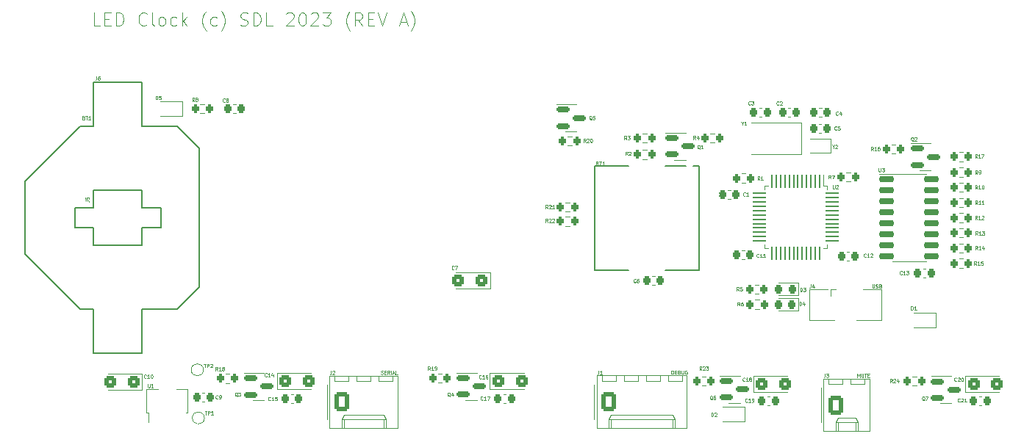
<source format=gbr>
G04 #@! TF.GenerationSoftware,KiCad,Pcbnew,6.0.11-2627ca5db0~126~ubuntu22.04.1*
G04 #@! TF.CreationDate,2023-10-21T07:57:24+01:00*
G04 #@! TF.ProjectId,LEDClock,4c454443-6c6f-4636-9b2e-6b696361645f,rev?*
G04 #@! TF.SameCoordinates,PX44794c0PY22243c0*
G04 #@! TF.FileFunction,Legend,Top*
G04 #@! TF.FilePolarity,Positive*
%FSLAX45Y45*%
G04 Gerber Fmt 4.5, Leading zero omitted, Abs format (unit mm)*
G04 Created by KiCad (PCBNEW 6.0.11-2627ca5db0~126~ubuntu22.04.1) date 2023-10-21 07:57:24*
%MOMM*%
%LPD*%
G01*
G04 APERTURE LIST*
G04 Aperture macros list*
%AMRoundRect*
0 Rectangle with rounded corners*
0 $1 Rounding radius*
0 $2 $3 $4 $5 $6 $7 $8 $9 X,Y pos of 4 corners*
0 Add a 4 corners polygon primitive as box body*
4,1,4,$2,$3,$4,$5,$6,$7,$8,$9,$2,$3,0*
0 Add four circle primitives for the rounded corners*
1,1,$1+$1,$2,$3*
1,1,$1+$1,$4,$5*
1,1,$1+$1,$6,$7*
1,1,$1+$1,$8,$9*
0 Add four rect primitives between the rounded corners*
20,1,$1+$1,$2,$3,$4,$5,0*
20,1,$1+$1,$4,$5,$6,$7,0*
20,1,$1+$1,$6,$7,$8,$9,0*
20,1,$1+$1,$8,$9,$2,$3,0*%
%AMFreePoly0*
4,1,9,3.862500,-0.866500,0.737500,-0.866500,0.737500,-0.450000,-0.737500,-0.450000,-0.737500,0.450000,0.737500,0.450000,0.737500,0.866500,3.862500,0.866500,3.862500,-0.866500,3.862500,-0.866500,$1*%
G04 Aperture macros list end*
%ADD10C,0.100000*%
%ADD11C,0.120000*%
%ADD12C,0.150000*%
%ADD13C,0.203200*%
%ADD14RoundRect,0.062500X-0.062500X0.675000X-0.062500X-0.675000X0.062500X-0.675000X0.062500X0.675000X0*%
%ADD15RoundRect,0.062500X-0.675000X0.062500X-0.675000X-0.062500X0.675000X-0.062500X0.675000X0.062500X0*%
%ADD16RoundRect,0.249999X0.450001X0.425001X-0.450001X0.425001X-0.450001X-0.425001X0.450001X-0.425001X0*%
%ADD17R,0.450000X1.500000*%
%ADD18O,1.800000X1.100000*%
%ADD19O,2.200000X1.100000*%
%ADD20R,0.900000X1.300000*%
%ADD21FreePoly0,90.000000*%
%ADD22RoundRect,0.225000X-0.225000X-0.250000X0.225000X-0.250000X0.225000X0.250000X-0.225000X0.250000X0*%
%ADD23C,1.000000*%
%ADD24RoundRect,0.218750X0.218750X0.256250X-0.218750X0.256250X-0.218750X-0.256250X0.218750X-0.256250X0*%
%ADD25R,4.000000X1.500000*%
%ADD26RoundRect,0.200000X-0.200000X-0.275000X0.200000X-0.275000X0.200000X0.275000X-0.200000X0.275000X0*%
%ADD27R,0.600000X0.450000*%
%ADD28RoundRect,0.150000X-0.587500X-0.150000X0.587500X-0.150000X0.587500X0.150000X-0.587500X0.150000X0*%
%ADD29R,2.000000X2.400000*%
%ADD30C,3.200000*%
%ADD31R,1.651000X1.651000*%
%ADD32RoundRect,0.200000X0.200000X0.275000X-0.200000X0.275000X-0.200000X-0.275000X0.200000X-0.275000X0*%
%ADD33RoundRect,0.225000X0.225000X0.250000X-0.225000X0.250000X-0.225000X-0.250000X0.225000X-0.250000X0*%
%ADD34RoundRect,0.250000X-0.620000X-0.845000X0.620000X-0.845000X0.620000X0.845000X-0.620000X0.845000X0*%
%ADD35O,1.740000X2.190000*%
%ADD36RoundRect,0.250000X-0.450000X-0.425000X0.450000X-0.425000X0.450000X0.425000X-0.450000X0.425000X0*%
%ADD37RoundRect,0.250000X0.450000X0.425000X-0.450000X0.425000X-0.450000X-0.425000X0.450000X-0.425000X0*%
%ADD38R,5.080000X5.080000*%
%ADD39R,0.700000X1.400000*%
%ADD40RoundRect,0.150000X-0.725000X-0.150000X0.725000X-0.150000X0.725000X0.150000X-0.725000X0.150000X0*%
%ADD41R,1.500000X1.500000*%
%ADD42C,1.500000*%
%ADD43C,2.000000*%
%ADD44R,1.800000X1.800000*%
%ADD45C,1.800000*%
%ADD46C,0.800000*%
G04 APERTURE END LIST*
D10*
X883000Y-285107D02*
X811571Y-285107D01*
X811571Y-135107D01*
X933000Y-206536D02*
X983000Y-206536D01*
X1004428Y-285107D02*
X933000Y-285107D01*
X933000Y-135107D01*
X1004428Y-135107D01*
X1068714Y-285107D02*
X1068714Y-135107D01*
X1104429Y-135107D01*
X1125857Y-142250D01*
X1140143Y-156536D01*
X1147286Y-170821D01*
X1154429Y-199393D01*
X1154429Y-220821D01*
X1147286Y-249393D01*
X1140143Y-263679D01*
X1125857Y-277964D01*
X1104429Y-285107D01*
X1068714Y-285107D01*
X1418714Y-270821D02*
X1411571Y-277964D01*
X1390143Y-285107D01*
X1375857Y-285107D01*
X1354429Y-277964D01*
X1340143Y-263679D01*
X1333000Y-249393D01*
X1325857Y-220821D01*
X1325857Y-199393D01*
X1333000Y-170821D01*
X1340143Y-156536D01*
X1354429Y-142250D01*
X1375857Y-135107D01*
X1390143Y-135107D01*
X1411571Y-142250D01*
X1418714Y-149393D01*
X1504428Y-285107D02*
X1490143Y-277964D01*
X1483000Y-263679D01*
X1483000Y-135107D01*
X1583000Y-285107D02*
X1568714Y-277964D01*
X1561571Y-270821D01*
X1554428Y-256536D01*
X1554428Y-213678D01*
X1561571Y-199393D01*
X1568714Y-192250D01*
X1583000Y-185107D01*
X1604428Y-185107D01*
X1618714Y-192250D01*
X1625857Y-199393D01*
X1633000Y-213678D01*
X1633000Y-256536D01*
X1625857Y-270821D01*
X1618714Y-277964D01*
X1604428Y-285107D01*
X1583000Y-285107D01*
X1761571Y-277964D02*
X1747286Y-285107D01*
X1718714Y-285107D01*
X1704428Y-277964D01*
X1697286Y-270821D01*
X1690143Y-256536D01*
X1690143Y-213678D01*
X1697286Y-199393D01*
X1704428Y-192250D01*
X1718714Y-185107D01*
X1747286Y-185107D01*
X1761571Y-192250D01*
X1825857Y-285107D02*
X1825857Y-135107D01*
X1840143Y-227964D02*
X1883000Y-285107D01*
X1883000Y-185107D02*
X1825857Y-242250D01*
X2104429Y-342250D02*
X2097286Y-335107D01*
X2083000Y-313679D01*
X2075857Y-299393D01*
X2068714Y-277964D01*
X2061571Y-242250D01*
X2061571Y-213678D01*
X2068714Y-177964D01*
X2075857Y-156536D01*
X2083000Y-142250D01*
X2097286Y-120821D01*
X2104429Y-113678D01*
X2225857Y-277964D02*
X2211571Y-285107D01*
X2183000Y-285107D01*
X2168714Y-277964D01*
X2161571Y-270821D01*
X2154429Y-256536D01*
X2154429Y-213678D01*
X2161571Y-199393D01*
X2168714Y-192250D01*
X2183000Y-185107D01*
X2211571Y-185107D01*
X2225857Y-192250D01*
X2275857Y-342250D02*
X2283000Y-335107D01*
X2297286Y-313679D01*
X2304429Y-299393D01*
X2311571Y-277964D01*
X2318714Y-242250D01*
X2318714Y-213678D01*
X2311571Y-177964D01*
X2304429Y-156536D01*
X2297286Y-142250D01*
X2283000Y-120821D01*
X2275857Y-113678D01*
X2497286Y-277964D02*
X2518714Y-285107D01*
X2554429Y-285107D01*
X2568714Y-277964D01*
X2575857Y-270821D01*
X2583000Y-256536D01*
X2583000Y-242250D01*
X2575857Y-227964D01*
X2568714Y-220821D01*
X2554429Y-213678D01*
X2525857Y-206536D01*
X2511571Y-199393D01*
X2504429Y-192250D01*
X2497286Y-177964D01*
X2497286Y-163679D01*
X2504429Y-149393D01*
X2511571Y-142250D01*
X2525857Y-135107D01*
X2561571Y-135107D01*
X2583000Y-142250D01*
X2647286Y-285107D02*
X2647286Y-135107D01*
X2683000Y-135107D01*
X2704429Y-142250D01*
X2718714Y-156536D01*
X2725857Y-170821D01*
X2733000Y-199393D01*
X2733000Y-220821D01*
X2725857Y-249393D01*
X2718714Y-263679D01*
X2704429Y-277964D01*
X2683000Y-285107D01*
X2647286Y-285107D01*
X2868714Y-285107D02*
X2797286Y-285107D01*
X2797286Y-135107D01*
X3025857Y-149393D02*
X3033000Y-142250D01*
X3047286Y-135107D01*
X3083000Y-135107D01*
X3097286Y-142250D01*
X3104428Y-149393D01*
X3111571Y-163679D01*
X3111571Y-177964D01*
X3104428Y-199393D01*
X3018714Y-285107D01*
X3111571Y-285107D01*
X3204428Y-135107D02*
X3218714Y-135107D01*
X3233000Y-142250D01*
X3240143Y-149393D01*
X3247286Y-163679D01*
X3254428Y-192250D01*
X3254428Y-227964D01*
X3247286Y-256536D01*
X3240143Y-270821D01*
X3233000Y-277964D01*
X3218714Y-285107D01*
X3204428Y-285107D01*
X3190143Y-277964D01*
X3183000Y-270821D01*
X3175857Y-256536D01*
X3168714Y-227964D01*
X3168714Y-192250D01*
X3175857Y-163679D01*
X3183000Y-149393D01*
X3190143Y-142250D01*
X3204428Y-135107D01*
X3311571Y-149393D02*
X3318714Y-142250D01*
X3333000Y-135107D01*
X3368714Y-135107D01*
X3383000Y-142250D01*
X3390143Y-149393D01*
X3397286Y-163679D01*
X3397286Y-177964D01*
X3390143Y-199393D01*
X3304428Y-285107D01*
X3397286Y-285107D01*
X3447286Y-135107D02*
X3540143Y-135107D01*
X3490143Y-192250D01*
X3511571Y-192250D01*
X3525857Y-199393D01*
X3533000Y-206536D01*
X3540143Y-220821D01*
X3540143Y-256536D01*
X3533000Y-270821D01*
X3525857Y-277964D01*
X3511571Y-285107D01*
X3468714Y-285107D01*
X3454428Y-277964D01*
X3447286Y-270821D01*
X3761571Y-342250D02*
X3754428Y-335107D01*
X3740143Y-313679D01*
X3733000Y-299393D01*
X3725857Y-277964D01*
X3718714Y-242250D01*
X3718714Y-213678D01*
X3725857Y-177964D01*
X3733000Y-156536D01*
X3740143Y-142250D01*
X3754428Y-120821D01*
X3761571Y-113678D01*
X3904428Y-285107D02*
X3854428Y-213678D01*
X3818714Y-285107D02*
X3818714Y-135107D01*
X3875857Y-135107D01*
X3890143Y-142250D01*
X3897286Y-149393D01*
X3904428Y-163679D01*
X3904428Y-185107D01*
X3897286Y-199393D01*
X3890143Y-206536D01*
X3875857Y-213678D01*
X3818714Y-213678D01*
X3968714Y-206536D02*
X4018714Y-206536D01*
X4040143Y-285107D02*
X3968714Y-285107D01*
X3968714Y-135107D01*
X4040143Y-135107D01*
X4083000Y-135107D02*
X4133000Y-285107D01*
X4183000Y-135107D01*
X4340143Y-242250D02*
X4411571Y-242250D01*
X4325857Y-285107D02*
X4375857Y-135107D01*
X4425857Y-285107D01*
X4461571Y-342250D02*
X4468714Y-335107D01*
X4483000Y-313679D01*
X4490143Y-299393D01*
X4497286Y-277964D01*
X4504429Y-242250D01*
X4504429Y-213678D01*
X4497286Y-177964D01*
X4490143Y-156536D01*
X4483000Y-142250D01*
X4468714Y-120821D01*
X4461571Y-113678D01*
X4117619Y-4301190D02*
X4123333Y-4303095D01*
X4132857Y-4303095D01*
X4136667Y-4301190D01*
X4138571Y-4299286D01*
X4140476Y-4295476D01*
X4140476Y-4291667D01*
X4138571Y-4287857D01*
X4136667Y-4285952D01*
X4132857Y-4284048D01*
X4125238Y-4282143D01*
X4121428Y-4280238D01*
X4119524Y-4278333D01*
X4117619Y-4274524D01*
X4117619Y-4270714D01*
X4119524Y-4266905D01*
X4121428Y-4265000D01*
X4125238Y-4263095D01*
X4134762Y-4263095D01*
X4140476Y-4265000D01*
X4157619Y-4282143D02*
X4170952Y-4282143D01*
X4176667Y-4303095D02*
X4157619Y-4303095D01*
X4157619Y-4263095D01*
X4176667Y-4263095D01*
X4216667Y-4303095D02*
X4203333Y-4284048D01*
X4193809Y-4303095D02*
X4193809Y-4263095D01*
X4209048Y-4263095D01*
X4212857Y-4265000D01*
X4214762Y-4266905D01*
X4216667Y-4270714D01*
X4216667Y-4276429D01*
X4214762Y-4280238D01*
X4212857Y-4282143D01*
X4209048Y-4284048D01*
X4193809Y-4284048D01*
X4233810Y-4303095D02*
X4233810Y-4263095D01*
X4250952Y-4291667D02*
X4270000Y-4291667D01*
X4247143Y-4303095D02*
X4260476Y-4263095D01*
X4273810Y-4303095D01*
X4306190Y-4303095D02*
X4287143Y-4303095D01*
X4287143Y-4263095D01*
X9775524Y-3268095D02*
X9775524Y-3300476D01*
X9777429Y-3304286D01*
X9779333Y-3306190D01*
X9783143Y-3308095D01*
X9790762Y-3308095D01*
X9794571Y-3306190D01*
X9796476Y-3304286D01*
X9798381Y-3300476D01*
X9798381Y-3268095D01*
X9815524Y-3306190D02*
X9821238Y-3308095D01*
X9830762Y-3308095D01*
X9834571Y-3306190D01*
X9836476Y-3304286D01*
X9838381Y-3300476D01*
X9838381Y-3296667D01*
X9836476Y-3292857D01*
X9834571Y-3290952D01*
X9830762Y-3289048D01*
X9823143Y-3287143D01*
X9819333Y-3285238D01*
X9817429Y-3283333D01*
X9815524Y-3279524D01*
X9815524Y-3275714D01*
X9817429Y-3271905D01*
X9819333Y-3270000D01*
X9823143Y-3268095D01*
X9832667Y-3268095D01*
X9838381Y-3270000D01*
X9868857Y-3287143D02*
X9874571Y-3289048D01*
X9876476Y-3290952D01*
X9878381Y-3294762D01*
X9878381Y-3300476D01*
X9876476Y-3304286D01*
X9874571Y-3306190D01*
X9870762Y-3308095D01*
X9855524Y-3308095D01*
X9855524Y-3268095D01*
X9868857Y-3268095D01*
X9872667Y-3270000D01*
X9874571Y-3271905D01*
X9876476Y-3275714D01*
X9876476Y-3279524D01*
X9874571Y-3283333D01*
X9872667Y-3285238D01*
X9868857Y-3287143D01*
X9855524Y-3287143D01*
X7461476Y-4302095D02*
X7461476Y-4262095D01*
X7471000Y-4262095D01*
X7476714Y-4264000D01*
X7480524Y-4267810D01*
X7482428Y-4271619D01*
X7484333Y-4279238D01*
X7484333Y-4284952D01*
X7482428Y-4292571D01*
X7480524Y-4296381D01*
X7476714Y-4300190D01*
X7471000Y-4302095D01*
X7461476Y-4302095D01*
X7501476Y-4281143D02*
X7514809Y-4281143D01*
X7520524Y-4302095D02*
X7501476Y-4302095D01*
X7501476Y-4262095D01*
X7520524Y-4262095D01*
X7551000Y-4281143D02*
X7556714Y-4283048D01*
X7558619Y-4284952D01*
X7560524Y-4288762D01*
X7560524Y-4294476D01*
X7558619Y-4298286D01*
X7556714Y-4300190D01*
X7552905Y-4302095D01*
X7537667Y-4302095D01*
X7537667Y-4262095D01*
X7551000Y-4262095D01*
X7554809Y-4264000D01*
X7556714Y-4265905D01*
X7558619Y-4269714D01*
X7558619Y-4273524D01*
X7556714Y-4277333D01*
X7554809Y-4279238D01*
X7551000Y-4281143D01*
X7537667Y-4281143D01*
X7577667Y-4262095D02*
X7577667Y-4294476D01*
X7579571Y-4298286D01*
X7581476Y-4300190D01*
X7585286Y-4302095D01*
X7592905Y-4302095D01*
X7596714Y-4300190D01*
X7598619Y-4298286D01*
X7600524Y-4294476D01*
X7600524Y-4262095D01*
X7640524Y-4264000D02*
X7636714Y-4262095D01*
X7631000Y-4262095D01*
X7625286Y-4264000D01*
X7621476Y-4267810D01*
X7619571Y-4271619D01*
X7617667Y-4279238D01*
X7617667Y-4284952D01*
X7619571Y-4292571D01*
X7621476Y-4296381D01*
X7625286Y-4300190D01*
X7631000Y-4302095D01*
X7634809Y-4302095D01*
X7640524Y-4300190D01*
X7642428Y-4298286D01*
X7642428Y-4284952D01*
X7634809Y-4284952D01*
X9604381Y-4337095D02*
X9604381Y-4297095D01*
X9617714Y-4325667D01*
X9631048Y-4297095D01*
X9631048Y-4337095D01*
X9650095Y-4297095D02*
X9650095Y-4329476D01*
X9652000Y-4333286D01*
X9653905Y-4335190D01*
X9657714Y-4337095D01*
X9665333Y-4337095D01*
X9669143Y-4335190D01*
X9671048Y-4333286D01*
X9672952Y-4329476D01*
X9672952Y-4297095D01*
X9686286Y-4297095D02*
X9709143Y-4297095D01*
X9697714Y-4337095D02*
X9697714Y-4297095D01*
X9722476Y-4316143D02*
X9735810Y-4316143D01*
X9741524Y-4337095D02*
X9722476Y-4337095D01*
X9722476Y-4297095D01*
X9741524Y-4297095D01*
X9321524Y-2124095D02*
X9321524Y-2156476D01*
X9323429Y-2160286D01*
X9325333Y-2162190D01*
X9329143Y-2164095D01*
X9336762Y-2164095D01*
X9340571Y-2162190D01*
X9342476Y-2160286D01*
X9344381Y-2156476D01*
X9344381Y-2124095D01*
X9361524Y-2127905D02*
X9363429Y-2126000D01*
X9367238Y-2124095D01*
X9376762Y-2124095D01*
X9380571Y-2126000D01*
X9382476Y-2127905D01*
X9384381Y-2131714D01*
X9384381Y-2135524D01*
X9382476Y-2141238D01*
X9359619Y-2164095D01*
X9384381Y-2164095D01*
X1410286Y-4344286D02*
X1408381Y-4346190D01*
X1402667Y-4348095D01*
X1398857Y-4348095D01*
X1393143Y-4346190D01*
X1389333Y-4342381D01*
X1387429Y-4338571D01*
X1385524Y-4330952D01*
X1385524Y-4325238D01*
X1387429Y-4317619D01*
X1389333Y-4313810D01*
X1393143Y-4310000D01*
X1398857Y-4308095D01*
X1402667Y-4308095D01*
X1408381Y-4310000D01*
X1410286Y-4311905D01*
X1448381Y-4348095D02*
X1425524Y-4348095D01*
X1436952Y-4348095D02*
X1436952Y-4308095D01*
X1433143Y-4313810D01*
X1429333Y-4317619D01*
X1425524Y-4319524D01*
X1473143Y-4308095D02*
X1476952Y-4308095D01*
X1480762Y-4310000D01*
X1482667Y-4311905D01*
X1484571Y-4315714D01*
X1486476Y-4323333D01*
X1486476Y-4332857D01*
X1484571Y-4340476D01*
X1482667Y-4344286D01*
X1480762Y-4346190D01*
X1476952Y-4348095D01*
X1473143Y-4348095D01*
X1469333Y-4346190D01*
X1467428Y-4344286D01*
X1465524Y-4340476D01*
X1463619Y-4332857D01*
X1463619Y-4323333D01*
X1465524Y-4315714D01*
X1467428Y-4311905D01*
X1469333Y-4310000D01*
X1473143Y-4308095D01*
X9067667Y-3268095D02*
X9067667Y-3296667D01*
X9065762Y-3302381D01*
X9061952Y-3306190D01*
X9056238Y-3308095D01*
X9052429Y-3308095D01*
X9103857Y-3281428D02*
X9103857Y-3308095D01*
X9094333Y-3266190D02*
X9084810Y-3294762D01*
X9109571Y-3294762D01*
X1429524Y-4414845D02*
X1429524Y-4447226D01*
X1431428Y-4451036D01*
X1433333Y-4452940D01*
X1437143Y-4454845D01*
X1444762Y-4454845D01*
X1448571Y-4452940D01*
X1450476Y-4451036D01*
X1452381Y-4447226D01*
X1452381Y-4414845D01*
X1492381Y-4454845D02*
X1469524Y-4454845D01*
X1480952Y-4454845D02*
X1480952Y-4414845D01*
X1477143Y-4420560D01*
X1473333Y-4424369D01*
X1469524Y-4426274D01*
X2236333Y-4583286D02*
X2234429Y-4585190D01*
X2228714Y-4587095D01*
X2224905Y-4587095D01*
X2219190Y-4585190D01*
X2215381Y-4581381D01*
X2213476Y-4577571D01*
X2211571Y-4569952D01*
X2211571Y-4564238D01*
X2213476Y-4556619D01*
X2215381Y-4552810D01*
X2219190Y-4549000D01*
X2224905Y-4547095D01*
X2228714Y-4547095D01*
X2234429Y-4549000D01*
X2236333Y-4550905D01*
X2255381Y-4587095D02*
X2263000Y-4587095D01*
X2266810Y-4585190D01*
X2268714Y-4583286D01*
X2272524Y-4577571D01*
X2274429Y-4569952D01*
X2274429Y-4554714D01*
X2272524Y-4550905D01*
X2270619Y-4549000D01*
X2266810Y-4547095D01*
X2259190Y-4547095D01*
X2255381Y-4549000D01*
X2253476Y-4550905D01*
X2251571Y-4554714D01*
X2251571Y-4564238D01*
X2253476Y-4568048D01*
X2255381Y-4569952D01*
X2259190Y-4571857D01*
X2266810Y-4571857D01*
X2270619Y-4569952D01*
X2272524Y-4568048D01*
X2274429Y-4564238D01*
X2076524Y-4185095D02*
X2099381Y-4185095D01*
X2087952Y-4225095D02*
X2087952Y-4185095D01*
X2112714Y-4225095D02*
X2112714Y-4185095D01*
X2127952Y-4185095D01*
X2131762Y-4187000D01*
X2133667Y-4188905D01*
X2135571Y-4192714D01*
X2135571Y-4198429D01*
X2133667Y-4202238D01*
X2131762Y-4204143D01*
X2127952Y-4206048D01*
X2112714Y-4206048D01*
X2150810Y-4188905D02*
X2152714Y-4187000D01*
X2156524Y-4185095D01*
X2166048Y-4185095D01*
X2169857Y-4187000D01*
X2171762Y-4188905D01*
X2173667Y-4192714D01*
X2173667Y-4196524D01*
X2171762Y-4202238D01*
X2148905Y-4225095D01*
X2173667Y-4225095D01*
X8937476Y-3509095D02*
X8937476Y-3469095D01*
X8947000Y-3469095D01*
X8952714Y-3471000D01*
X8956524Y-3474809D01*
X8958429Y-3478619D01*
X8960333Y-3486238D01*
X8960333Y-3491952D01*
X8958429Y-3499571D01*
X8956524Y-3503381D01*
X8952714Y-3507190D01*
X8947000Y-3509095D01*
X8937476Y-3509095D01*
X8994619Y-3482428D02*
X8994619Y-3509095D01*
X8985095Y-3467190D02*
X8975571Y-3495762D01*
X9000333Y-3495762D01*
X6605762Y-1870143D02*
X6611476Y-1872048D01*
X6613381Y-1873952D01*
X6615286Y-1877762D01*
X6615286Y-1883476D01*
X6613381Y-1887286D01*
X6611476Y-1889190D01*
X6607667Y-1891095D01*
X6592428Y-1891095D01*
X6592428Y-1851095D01*
X6605762Y-1851095D01*
X6609571Y-1853000D01*
X6611476Y-1854905D01*
X6613381Y-1858714D01*
X6613381Y-1862524D01*
X6611476Y-1866333D01*
X6609571Y-1868238D01*
X6605762Y-1870143D01*
X6592428Y-1870143D01*
X6628619Y-1851095D02*
X6655286Y-1851095D01*
X6628619Y-1891095D01*
X6655286Y-1891095D01*
X6691476Y-1891095D02*
X6668619Y-1891095D01*
X6680048Y-1891095D02*
X6680048Y-1851095D01*
X6676238Y-1856809D01*
X6672428Y-1860619D01*
X6668619Y-1862524D01*
X693571Y-1347143D02*
X699286Y-1349048D01*
X701190Y-1350952D01*
X703095Y-1354762D01*
X703095Y-1360476D01*
X701190Y-1364286D01*
X699286Y-1366190D01*
X695476Y-1368095D01*
X680238Y-1368095D01*
X680238Y-1328095D01*
X693571Y-1328095D01*
X697381Y-1330000D01*
X699286Y-1331905D01*
X701190Y-1335714D01*
X701190Y-1339524D01*
X699286Y-1343333D01*
X697381Y-1345238D01*
X693571Y-1347143D01*
X680238Y-1347143D01*
X714524Y-1328095D02*
X737381Y-1328095D01*
X725952Y-1368095D02*
X725952Y-1328095D01*
X771667Y-1368095D02*
X748809Y-1368095D01*
X760238Y-1368095D02*
X760238Y-1328095D01*
X756428Y-1333810D01*
X752619Y-1337619D01*
X748809Y-1339524D01*
X6038286Y-2551095D02*
X6024952Y-2532048D01*
X6015428Y-2551095D02*
X6015428Y-2511095D01*
X6030667Y-2511095D01*
X6034476Y-2513000D01*
X6036381Y-2514905D01*
X6038286Y-2518714D01*
X6038286Y-2524429D01*
X6036381Y-2528238D01*
X6034476Y-2530143D01*
X6030667Y-2532048D01*
X6015428Y-2532048D01*
X6053524Y-2514905D02*
X6055428Y-2513000D01*
X6059238Y-2511095D01*
X6068762Y-2511095D01*
X6072571Y-2513000D01*
X6074476Y-2514905D01*
X6076381Y-2518714D01*
X6076381Y-2522524D01*
X6074476Y-2528238D01*
X6051619Y-2551095D01*
X6076381Y-2551095D01*
X6091619Y-2514905D02*
X6093524Y-2513000D01*
X6097333Y-2511095D01*
X6106857Y-2511095D01*
X6110667Y-2513000D01*
X6112571Y-2514905D01*
X6114476Y-2518714D01*
X6114476Y-2522524D01*
X6112571Y-2528238D01*
X6089714Y-2551095D01*
X6114476Y-2551095D01*
X7921476Y-4788095D02*
X7921476Y-4748095D01*
X7931000Y-4748095D01*
X7936714Y-4750000D01*
X7940524Y-4753810D01*
X7942428Y-4757619D01*
X7944333Y-4765238D01*
X7944333Y-4770952D01*
X7942428Y-4778571D01*
X7940524Y-4782381D01*
X7936714Y-4786190D01*
X7931000Y-4788095D01*
X7921476Y-4788095D01*
X7959571Y-4751905D02*
X7961476Y-4750000D01*
X7965286Y-4748095D01*
X7974809Y-4748095D01*
X7978619Y-4750000D01*
X7980524Y-4751905D01*
X7982428Y-4755714D01*
X7982428Y-4759524D01*
X7980524Y-4765238D01*
X7957667Y-4788095D01*
X7982428Y-4788095D01*
X10004286Y-4398095D02*
X9990952Y-4379048D01*
X9981429Y-4398095D02*
X9981429Y-4358095D01*
X9996667Y-4358095D01*
X10000476Y-4360000D01*
X10002381Y-4361905D01*
X10004286Y-4365714D01*
X10004286Y-4371429D01*
X10002381Y-4375238D01*
X10000476Y-4377143D01*
X9996667Y-4379048D01*
X9981429Y-4379048D01*
X10019524Y-4361905D02*
X10021429Y-4360000D01*
X10025238Y-4358095D01*
X10034762Y-4358095D01*
X10038571Y-4360000D01*
X10040476Y-4361905D01*
X10042381Y-4365714D01*
X10042381Y-4369524D01*
X10040476Y-4375238D01*
X10017619Y-4398095D01*
X10042381Y-4398095D01*
X10076667Y-4371429D02*
X10076667Y-4398095D01*
X10067143Y-4356190D02*
X10057619Y-4384762D01*
X10082381Y-4384762D01*
X6545190Y-1368905D02*
X6541381Y-1367000D01*
X6537571Y-1363190D01*
X6531857Y-1357476D01*
X6528048Y-1355571D01*
X6524238Y-1355571D01*
X6526143Y-1365095D02*
X6522333Y-1363190D01*
X6518524Y-1359381D01*
X6516619Y-1351762D01*
X6516619Y-1338429D01*
X6518524Y-1330810D01*
X6522333Y-1327000D01*
X6526143Y-1325095D01*
X6533762Y-1325095D01*
X6537571Y-1327000D01*
X6541381Y-1330810D01*
X6543286Y-1338429D01*
X6543286Y-1351762D01*
X6541381Y-1359381D01*
X6537571Y-1363190D01*
X6533762Y-1365095D01*
X6526143Y-1365095D01*
X6579476Y-1325095D02*
X6560428Y-1325095D01*
X6558524Y-1344143D01*
X6560428Y-1342238D01*
X6564238Y-1340333D01*
X6573762Y-1340333D01*
X6577571Y-1342238D01*
X6579476Y-1344143D01*
X6581381Y-1347952D01*
X6581381Y-1357476D01*
X6579476Y-1361286D01*
X6577571Y-1363190D01*
X6573762Y-1365095D01*
X6564238Y-1365095D01*
X6560428Y-1363190D01*
X6558524Y-1361286D01*
X10990286Y-2697095D02*
X10976952Y-2678048D01*
X10967429Y-2697095D02*
X10967429Y-2657095D01*
X10982667Y-2657095D01*
X10986476Y-2659000D01*
X10988381Y-2660905D01*
X10990286Y-2664714D01*
X10990286Y-2670429D01*
X10988381Y-2674238D01*
X10986476Y-2676143D01*
X10982667Y-2678048D01*
X10967429Y-2678048D01*
X11028381Y-2697095D02*
X11005524Y-2697095D01*
X11016952Y-2697095D02*
X11016952Y-2657095D01*
X11013143Y-2662810D01*
X11009333Y-2666619D01*
X11005524Y-2668524D01*
X11041714Y-2657095D02*
X11066476Y-2657095D01*
X11053143Y-2672333D01*
X11058857Y-2672333D01*
X11062667Y-2674238D01*
X11064571Y-2676143D01*
X11066476Y-2679952D01*
X11066476Y-2689476D01*
X11064571Y-2693286D01*
X11062667Y-2695190D01*
X11058857Y-2697095D01*
X11047429Y-2697095D01*
X11043619Y-2695190D01*
X11041714Y-2693286D01*
X5287286Y-4595286D02*
X5285381Y-4597190D01*
X5279667Y-4599095D01*
X5275857Y-4599095D01*
X5270143Y-4597190D01*
X5266333Y-4593381D01*
X5264429Y-4589571D01*
X5262524Y-4581952D01*
X5262524Y-4576238D01*
X5264429Y-4568619D01*
X5266333Y-4564810D01*
X5270143Y-4561000D01*
X5275857Y-4559095D01*
X5279667Y-4559095D01*
X5285381Y-4561000D01*
X5287286Y-4562905D01*
X5325381Y-4599095D02*
X5302524Y-4599095D01*
X5313952Y-4599095D02*
X5313952Y-4559095D01*
X5310143Y-4564810D01*
X5306333Y-4568619D01*
X5302524Y-4570524D01*
X5338714Y-4559095D02*
X5365381Y-4559095D01*
X5348238Y-4599095D01*
X8276952Y-1412048D02*
X8276952Y-1431095D01*
X8263619Y-1391095D02*
X8276952Y-1412048D01*
X8290286Y-1391095D01*
X8324571Y-1431095D02*
X8301714Y-1431095D01*
X8313143Y-1431095D02*
X8313143Y-1391095D01*
X8309333Y-1396810D01*
X8305524Y-1400619D01*
X8301714Y-1402524D01*
X715475Y-2302333D02*
X744047Y-2302333D01*
X749761Y-2304238D01*
X753570Y-2308048D01*
X755475Y-2313762D01*
X755475Y-2317571D01*
X715475Y-2264238D02*
X715475Y-2283286D01*
X734523Y-2285190D01*
X732618Y-2283286D01*
X730713Y-2279476D01*
X730713Y-2269952D01*
X732618Y-2266143D01*
X734523Y-2264238D01*
X738332Y-2262333D01*
X747856Y-2262333D01*
X751666Y-2264238D01*
X753570Y-2266143D01*
X755475Y-2269952D01*
X755475Y-2279476D01*
X753570Y-2283286D01*
X751666Y-2285190D01*
X8477333Y-2062095D02*
X8464000Y-2043048D01*
X8454476Y-2062095D02*
X8454476Y-2022095D01*
X8469714Y-2022095D01*
X8473524Y-2024000D01*
X8475429Y-2025905D01*
X8477333Y-2029714D01*
X8477333Y-2035428D01*
X8475429Y-2039238D01*
X8473524Y-2041143D01*
X8469714Y-2043048D01*
X8454476Y-2043048D01*
X8515429Y-2062095D02*
X8492571Y-2062095D01*
X8504000Y-2062095D02*
X8504000Y-2022095D01*
X8500190Y-2027809D01*
X8496381Y-2031619D01*
X8492571Y-2033524D01*
X10222476Y-3561095D02*
X10222476Y-3521095D01*
X10232000Y-3521095D01*
X10237714Y-3523000D01*
X10241524Y-3526809D01*
X10243429Y-3530619D01*
X10245333Y-3538238D01*
X10245333Y-3543952D01*
X10243429Y-3551571D01*
X10241524Y-3555381D01*
X10237714Y-3559190D01*
X10232000Y-3561095D01*
X10222476Y-3561095D01*
X10283429Y-3561095D02*
X10260571Y-3561095D01*
X10272000Y-3561095D02*
X10272000Y-3521095D01*
X10268190Y-3526809D01*
X10264381Y-3530619D01*
X10260571Y-3532524D01*
X10251190Y-1614905D02*
X10247381Y-1613000D01*
X10243571Y-1609190D01*
X10237857Y-1603476D01*
X10234048Y-1601571D01*
X10230238Y-1601571D01*
X10232143Y-1611095D02*
X10228333Y-1609190D01*
X10224524Y-1605381D01*
X10222619Y-1597762D01*
X10222619Y-1584428D01*
X10224524Y-1576809D01*
X10228333Y-1573000D01*
X10232143Y-1571095D01*
X10239762Y-1571095D01*
X10243571Y-1573000D01*
X10247381Y-1576809D01*
X10249286Y-1584428D01*
X10249286Y-1597762D01*
X10247381Y-1605381D01*
X10243571Y-1609190D01*
X10239762Y-1611095D01*
X10232143Y-1611095D01*
X10264524Y-1574905D02*
X10266429Y-1573000D01*
X10270238Y-1571095D01*
X10279762Y-1571095D01*
X10283571Y-1573000D01*
X10285476Y-1574905D01*
X10287381Y-1578714D01*
X10287381Y-1582524D01*
X10285476Y-1588238D01*
X10262619Y-1611095D01*
X10287381Y-1611095D01*
X8311333Y-2243286D02*
X8309428Y-2245190D01*
X8303714Y-2247095D01*
X8299905Y-2247095D01*
X8294190Y-2245190D01*
X8290381Y-2241381D01*
X8288476Y-2237571D01*
X8286571Y-2229952D01*
X8286571Y-2224238D01*
X8288476Y-2216619D01*
X8290381Y-2212810D01*
X8294190Y-2209000D01*
X8299905Y-2207095D01*
X8303714Y-2207095D01*
X8309428Y-2209000D01*
X8311333Y-2210905D01*
X8349428Y-2247095D02*
X8326571Y-2247095D01*
X8338000Y-2247095D02*
X8338000Y-2207095D01*
X8334190Y-2212810D01*
X8330381Y-2216619D01*
X8326571Y-2218524D01*
X10785286Y-4619286D02*
X10783381Y-4621190D01*
X10777667Y-4623095D01*
X10773857Y-4623095D01*
X10768143Y-4621190D01*
X10764333Y-4617381D01*
X10762429Y-4613571D01*
X10760524Y-4605952D01*
X10760524Y-4600238D01*
X10762429Y-4592619D01*
X10764333Y-4588810D01*
X10768143Y-4585000D01*
X10773857Y-4583095D01*
X10777667Y-4583095D01*
X10783381Y-4585000D01*
X10785286Y-4586905D01*
X10800524Y-4586905D02*
X10802429Y-4585000D01*
X10806238Y-4583095D01*
X10815762Y-4583095D01*
X10819571Y-4585000D01*
X10821476Y-4586905D01*
X10823381Y-4590714D01*
X10823381Y-4594524D01*
X10821476Y-4600238D01*
X10798619Y-4623095D01*
X10823381Y-4623095D01*
X10861476Y-4623095D02*
X10838619Y-4623095D01*
X10850048Y-4623095D02*
X10850048Y-4583095D01*
X10846238Y-4588810D01*
X10842429Y-4592619D01*
X10838619Y-4594524D01*
X7935190Y-4595905D02*
X7931381Y-4594000D01*
X7927571Y-4590190D01*
X7921857Y-4584476D01*
X7918048Y-4582571D01*
X7914238Y-4582571D01*
X7916143Y-4592095D02*
X7912333Y-4590190D01*
X7908524Y-4586381D01*
X7906619Y-4578762D01*
X7906619Y-4565429D01*
X7908524Y-4557810D01*
X7912333Y-4554000D01*
X7916143Y-4552095D01*
X7923762Y-4552095D01*
X7927571Y-4554000D01*
X7931381Y-4557810D01*
X7933286Y-4565429D01*
X7933286Y-4578762D01*
X7931381Y-4586381D01*
X7927571Y-4590190D01*
X7923762Y-4592095D01*
X7916143Y-4592095D01*
X7967571Y-4552095D02*
X7959952Y-4552095D01*
X7956143Y-4554000D01*
X7954238Y-4555905D01*
X7950428Y-4561619D01*
X7948524Y-4569238D01*
X7948524Y-4584476D01*
X7950428Y-4588286D01*
X7952333Y-4590190D01*
X7956143Y-4592095D01*
X7963762Y-4592095D01*
X7967571Y-4590190D01*
X7969476Y-4588286D01*
X7971381Y-4584476D01*
X7971381Y-4574952D01*
X7969476Y-4571143D01*
X7967571Y-4569238D01*
X7963762Y-4567333D01*
X7956143Y-4567333D01*
X7952333Y-4569238D01*
X7950428Y-4571143D01*
X7948524Y-4574952D01*
X9296333Y-2048095D02*
X9283000Y-2029048D01*
X9273476Y-2048095D02*
X9273476Y-2008095D01*
X9288714Y-2008095D01*
X9292524Y-2010000D01*
X9294429Y-2011905D01*
X9296333Y-2015714D01*
X9296333Y-2021428D01*
X9294429Y-2025238D01*
X9292524Y-2027143D01*
X9288714Y-2029048D01*
X9273476Y-2029048D01*
X9309667Y-2008095D02*
X9336333Y-2008095D01*
X9319190Y-2048095D01*
X10116286Y-3150286D02*
X10114381Y-3152190D01*
X10108667Y-3154095D01*
X10104857Y-3154095D01*
X10099143Y-3152190D01*
X10095333Y-3148381D01*
X10093429Y-3144571D01*
X10091524Y-3136952D01*
X10091524Y-3131238D01*
X10093429Y-3123619D01*
X10095333Y-3119809D01*
X10099143Y-3116000D01*
X10104857Y-3114095D01*
X10108667Y-3114095D01*
X10114381Y-3116000D01*
X10116286Y-3117905D01*
X10154381Y-3154095D02*
X10131524Y-3154095D01*
X10142952Y-3154095D02*
X10142952Y-3114095D01*
X10139143Y-3119809D01*
X10135333Y-3123619D01*
X10131524Y-3125524D01*
X10167714Y-3114095D02*
X10192476Y-3114095D01*
X10179143Y-3129333D01*
X10184857Y-3129333D01*
X10188667Y-3131238D01*
X10190571Y-3133143D01*
X10192476Y-3136952D01*
X10192476Y-3146476D01*
X10190571Y-3150286D01*
X10188667Y-3152190D01*
X10184857Y-3154095D01*
X10173429Y-3154095D01*
X10169619Y-3152190D01*
X10167714Y-3150286D01*
X6623667Y-4264095D02*
X6623667Y-4292667D01*
X6621762Y-4298381D01*
X6617952Y-4302190D01*
X6612238Y-4304095D01*
X6608428Y-4304095D01*
X6663667Y-4304095D02*
X6640809Y-4304095D01*
X6652238Y-4304095D02*
X6652238Y-4264095D01*
X6648428Y-4269810D01*
X6644619Y-4273619D01*
X6640809Y-4275524D01*
X10985286Y-2342095D02*
X10971952Y-2323048D01*
X10962429Y-2342095D02*
X10962429Y-2302095D01*
X10977667Y-2302095D01*
X10981476Y-2304000D01*
X10983381Y-2305905D01*
X10985286Y-2309714D01*
X10985286Y-2315429D01*
X10983381Y-2319238D01*
X10981476Y-2321143D01*
X10977667Y-2323048D01*
X10962429Y-2323048D01*
X11023381Y-2342095D02*
X11000524Y-2342095D01*
X11011952Y-2342095D02*
X11011952Y-2302095D01*
X11008143Y-2307810D01*
X11004333Y-2311619D01*
X11000524Y-2313524D01*
X11061476Y-2342095D02*
X11038619Y-2342095D01*
X11050048Y-2342095D02*
X11050048Y-2302095D01*
X11046238Y-2307810D01*
X11042429Y-2311619D01*
X11038619Y-2313524D01*
X9379333Y-1310286D02*
X9377429Y-1312190D01*
X9371714Y-1314095D01*
X9367905Y-1314095D01*
X9362190Y-1312190D01*
X9358381Y-1308381D01*
X9356476Y-1304571D01*
X9354571Y-1296952D01*
X9354571Y-1291238D01*
X9356476Y-1283619D01*
X9358381Y-1279810D01*
X9362190Y-1276000D01*
X9367905Y-1274095D01*
X9371714Y-1274095D01*
X9377429Y-1276000D01*
X9379333Y-1277905D01*
X9413619Y-1287429D02*
X9413619Y-1314095D01*
X9404095Y-1272190D02*
X9394571Y-1300762D01*
X9419333Y-1300762D01*
X10987286Y-2866095D02*
X10973952Y-2847048D01*
X10964429Y-2866095D02*
X10964429Y-2826095D01*
X10979667Y-2826095D01*
X10983476Y-2828000D01*
X10985381Y-2829905D01*
X10987286Y-2833714D01*
X10987286Y-2839428D01*
X10985381Y-2843238D01*
X10983476Y-2845143D01*
X10979667Y-2847048D01*
X10964429Y-2847048D01*
X11025381Y-2866095D02*
X11002524Y-2866095D01*
X11013952Y-2866095D02*
X11013952Y-2826095D01*
X11010143Y-2831809D01*
X11006333Y-2835619D01*
X11002524Y-2837524D01*
X11059667Y-2839428D02*
X11059667Y-2866095D01*
X11050143Y-2824190D02*
X11040619Y-2852762D01*
X11065381Y-2852762D01*
X9785286Y-1723095D02*
X9771952Y-1704048D01*
X9762429Y-1723095D02*
X9762429Y-1683095D01*
X9777667Y-1683095D01*
X9781476Y-1685000D01*
X9783381Y-1686905D01*
X9785286Y-1690714D01*
X9785286Y-1696428D01*
X9783381Y-1700238D01*
X9781476Y-1702143D01*
X9777667Y-1704048D01*
X9762429Y-1704048D01*
X9823381Y-1723095D02*
X9800524Y-1723095D01*
X9811952Y-1723095D02*
X9811952Y-1683095D01*
X9808143Y-1688809D01*
X9804333Y-1692619D01*
X9800524Y-1694524D01*
X9857667Y-1683095D02*
X9850048Y-1683095D01*
X9846238Y-1685000D01*
X9844333Y-1686905D01*
X9840524Y-1692619D01*
X9838619Y-1700238D01*
X9838619Y-1715476D01*
X9840524Y-1719286D01*
X9842429Y-1721190D01*
X9846238Y-1723095D01*
X9853857Y-1723095D01*
X9857667Y-1721190D01*
X9859571Y-1719286D01*
X9861476Y-1715476D01*
X9861476Y-1705952D01*
X9859571Y-1702143D01*
X9857667Y-1700238D01*
X9853857Y-1698333D01*
X9846238Y-1698333D01*
X9842429Y-1700238D01*
X9840524Y-1702143D01*
X9838619Y-1705952D01*
X2319333Y-1161286D02*
X2317429Y-1163190D01*
X2311714Y-1165095D01*
X2307905Y-1165095D01*
X2302190Y-1163190D01*
X2298381Y-1159381D01*
X2296476Y-1155571D01*
X2294571Y-1147952D01*
X2294571Y-1142238D01*
X2296476Y-1134619D01*
X2298381Y-1130810D01*
X2302190Y-1127000D01*
X2307905Y-1125095D01*
X2311714Y-1125095D01*
X2317429Y-1127000D01*
X2319333Y-1128905D01*
X2342190Y-1142238D02*
X2338381Y-1140333D01*
X2336476Y-1138429D01*
X2334571Y-1134619D01*
X2334571Y-1132714D01*
X2336476Y-1128905D01*
X2338381Y-1127000D01*
X2342190Y-1125095D01*
X2349810Y-1125095D01*
X2353619Y-1127000D01*
X2355524Y-1128905D01*
X2357429Y-1132714D01*
X2357429Y-1134619D01*
X2355524Y-1138429D01*
X2353619Y-1140333D01*
X2349810Y-1142238D01*
X2342190Y-1142238D01*
X2338381Y-1144143D01*
X2336476Y-1146048D01*
X2334571Y-1149857D01*
X2334571Y-1157476D01*
X2336476Y-1161286D01*
X2338381Y-1163190D01*
X2342190Y-1165095D01*
X2349810Y-1165095D01*
X2353619Y-1163190D01*
X2355524Y-1161286D01*
X2357429Y-1157476D01*
X2357429Y-1149857D01*
X2355524Y-1146048D01*
X2353619Y-1144143D01*
X2349810Y-1142238D01*
X1966333Y-1155095D02*
X1953000Y-1136048D01*
X1943476Y-1155095D02*
X1943476Y-1115095D01*
X1958714Y-1115095D01*
X1962524Y-1117000D01*
X1964428Y-1118905D01*
X1966333Y-1122714D01*
X1966333Y-1128429D01*
X1964428Y-1132238D01*
X1962524Y-1134143D01*
X1958714Y-1136048D01*
X1943476Y-1136048D01*
X1989190Y-1132238D02*
X1985381Y-1130333D01*
X1983476Y-1128429D01*
X1981571Y-1124619D01*
X1981571Y-1122714D01*
X1983476Y-1118905D01*
X1985381Y-1117000D01*
X1989190Y-1115095D01*
X1996809Y-1115095D01*
X2000619Y-1117000D01*
X2002524Y-1118905D01*
X2004428Y-1122714D01*
X2004428Y-1124619D01*
X2002524Y-1128429D01*
X2000619Y-1130333D01*
X1996809Y-1132238D01*
X1989190Y-1132238D01*
X1985381Y-1134143D01*
X1983476Y-1136048D01*
X1981571Y-1139857D01*
X1981571Y-1147476D01*
X1983476Y-1151286D01*
X1985381Y-1153190D01*
X1989190Y-1155095D01*
X1996809Y-1155095D01*
X2000619Y-1153190D01*
X2002524Y-1151286D01*
X2004428Y-1147476D01*
X2004428Y-1139857D01*
X2002524Y-1136048D01*
X2000619Y-1134143D01*
X1996809Y-1132238D01*
X8371333Y-1192286D02*
X8369428Y-1194190D01*
X8363714Y-1196095D01*
X8359905Y-1196095D01*
X8354190Y-1194190D01*
X8350381Y-1190381D01*
X8348476Y-1186571D01*
X8346571Y-1178952D01*
X8346571Y-1173238D01*
X8348476Y-1165619D01*
X8350381Y-1161810D01*
X8354190Y-1158000D01*
X8359905Y-1156095D01*
X8363714Y-1156095D01*
X8369428Y-1158000D01*
X8371333Y-1159905D01*
X8384667Y-1156095D02*
X8409429Y-1156095D01*
X8396095Y-1171333D01*
X8401810Y-1171333D01*
X8405619Y-1173238D01*
X8407524Y-1175143D01*
X8409429Y-1178952D01*
X8409429Y-1188476D01*
X8407524Y-1192286D01*
X8405619Y-1194190D01*
X8401810Y-1196095D01*
X8390381Y-1196095D01*
X8386571Y-1194190D01*
X8384667Y-1192286D01*
X10985333Y-1995095D02*
X10972000Y-1976048D01*
X10962476Y-1995095D02*
X10962476Y-1955095D01*
X10977714Y-1955095D01*
X10981524Y-1957000D01*
X10983429Y-1958905D01*
X10985333Y-1962714D01*
X10985333Y-1968428D01*
X10983429Y-1972238D01*
X10981524Y-1974143D01*
X10977714Y-1976048D01*
X10962476Y-1976048D01*
X11004381Y-1995095D02*
X11012000Y-1995095D01*
X11015810Y-1993190D01*
X11017714Y-1991286D01*
X11021524Y-1985571D01*
X11023429Y-1977952D01*
X11023429Y-1962714D01*
X11021524Y-1958905D01*
X11019619Y-1957000D01*
X11015810Y-1955095D01*
X11008190Y-1955095D01*
X11004381Y-1957000D01*
X11002476Y-1958905D01*
X11000571Y-1962714D01*
X11000571Y-1972238D01*
X11002476Y-1976048D01*
X11004381Y-1977952D01*
X11008190Y-1979857D01*
X11015810Y-1979857D01*
X11019619Y-1977952D01*
X11021524Y-1976048D01*
X11023429Y-1972238D01*
X6956333Y-1777095D02*
X6943000Y-1758048D01*
X6933476Y-1777095D02*
X6933476Y-1737095D01*
X6948714Y-1737095D01*
X6952524Y-1739000D01*
X6954428Y-1740905D01*
X6956333Y-1744714D01*
X6956333Y-1750428D01*
X6954428Y-1754238D01*
X6952524Y-1756143D01*
X6948714Y-1758048D01*
X6933476Y-1758048D01*
X6971571Y-1740905D02*
X6973476Y-1739000D01*
X6977286Y-1737095D01*
X6986809Y-1737095D01*
X6990619Y-1739000D01*
X6992524Y-1740905D01*
X6994428Y-1744714D01*
X6994428Y-1748524D01*
X6992524Y-1754238D01*
X6969667Y-1777095D01*
X6994428Y-1777095D01*
X10983286Y-2166095D02*
X10969952Y-2147048D01*
X10960429Y-2166095D02*
X10960429Y-2126095D01*
X10975667Y-2126095D01*
X10979476Y-2128000D01*
X10981381Y-2129905D01*
X10983286Y-2133714D01*
X10983286Y-2139429D01*
X10981381Y-2143238D01*
X10979476Y-2145143D01*
X10975667Y-2147048D01*
X10960429Y-2147048D01*
X11021381Y-2166095D02*
X10998524Y-2166095D01*
X11009952Y-2166095D02*
X11009952Y-2126095D01*
X11006143Y-2131810D01*
X11002333Y-2135619D01*
X10998524Y-2137524D01*
X11046143Y-2126095D02*
X11049952Y-2126095D01*
X11053762Y-2128000D01*
X11055667Y-2129905D01*
X11057571Y-2133714D01*
X11059476Y-2141333D01*
X11059476Y-2150857D01*
X11057571Y-2158476D01*
X11055667Y-2162286D01*
X11053762Y-2164190D01*
X11049952Y-2166095D01*
X11046143Y-2166095D01*
X11042333Y-2164190D01*
X11040429Y-2162286D01*
X11038524Y-2158476D01*
X11036619Y-2150857D01*
X11036619Y-2141333D01*
X11038524Y-2133714D01*
X11040429Y-2129905D01*
X11042333Y-2128000D01*
X11046143Y-2126095D01*
X10983286Y-2517095D02*
X10969952Y-2498048D01*
X10960429Y-2517095D02*
X10960429Y-2477095D01*
X10975667Y-2477095D01*
X10979476Y-2479000D01*
X10981381Y-2480905D01*
X10983286Y-2484714D01*
X10983286Y-2490429D01*
X10981381Y-2494238D01*
X10979476Y-2496143D01*
X10975667Y-2498048D01*
X10960429Y-2498048D01*
X11021381Y-2517095D02*
X10998524Y-2517095D01*
X11009952Y-2517095D02*
X11009952Y-2477095D01*
X11006143Y-2482810D01*
X11002333Y-2486619D01*
X10998524Y-2488524D01*
X11036619Y-2480905D02*
X11038524Y-2479000D01*
X11042333Y-2477095D01*
X11051857Y-2477095D01*
X11055667Y-2479000D01*
X11057571Y-2480905D01*
X11059476Y-2484714D01*
X11059476Y-2488524D01*
X11057571Y-2494238D01*
X11034714Y-2517095D01*
X11059476Y-2517095D01*
X10745286Y-4379286D02*
X10743381Y-4381190D01*
X10737667Y-4383095D01*
X10733857Y-4383095D01*
X10728143Y-4381190D01*
X10724333Y-4377381D01*
X10722429Y-4373571D01*
X10720524Y-4365952D01*
X10720524Y-4360238D01*
X10722429Y-4352619D01*
X10724333Y-4348810D01*
X10728143Y-4345000D01*
X10733857Y-4343095D01*
X10737667Y-4343095D01*
X10743381Y-4345000D01*
X10745286Y-4346905D01*
X10760524Y-4346905D02*
X10762429Y-4345000D01*
X10766238Y-4343095D01*
X10775762Y-4343095D01*
X10779571Y-4345000D01*
X10781476Y-4346905D01*
X10783381Y-4350714D01*
X10783381Y-4354524D01*
X10781476Y-4360238D01*
X10758619Y-4383095D01*
X10783381Y-4383095D01*
X10808143Y-4343095D02*
X10811952Y-4343095D01*
X10815762Y-4345000D01*
X10817667Y-4346905D01*
X10819571Y-4350714D01*
X10821476Y-4358333D01*
X10821476Y-4367857D01*
X10819571Y-4375476D01*
X10817667Y-4379286D01*
X10815762Y-4381190D01*
X10811952Y-4383095D01*
X10808143Y-4383095D01*
X10804333Y-4381190D01*
X10802429Y-4379286D01*
X10800524Y-4375476D01*
X10798619Y-4367857D01*
X10798619Y-4358333D01*
X10800524Y-4350714D01*
X10802429Y-4346905D01*
X10804333Y-4345000D01*
X10808143Y-4343095D01*
X4957333Y-3090286D02*
X4955429Y-3092190D01*
X4949714Y-3094095D01*
X4945905Y-3094095D01*
X4940190Y-3092190D01*
X4936381Y-3088381D01*
X4934476Y-3084571D01*
X4932571Y-3076952D01*
X4932571Y-3071238D01*
X4934476Y-3063619D01*
X4936381Y-3059809D01*
X4940190Y-3056000D01*
X4945905Y-3054095D01*
X4949714Y-3054095D01*
X4955429Y-3056000D01*
X4957333Y-3057905D01*
X4970667Y-3054095D02*
X4997333Y-3054095D01*
X4980190Y-3094095D01*
X9702286Y-2949286D02*
X9700381Y-2951190D01*
X9694667Y-2953095D01*
X9690857Y-2953095D01*
X9685143Y-2951190D01*
X9681333Y-2947381D01*
X9679429Y-2943571D01*
X9677524Y-2935952D01*
X9677524Y-2930238D01*
X9679429Y-2922619D01*
X9681333Y-2918809D01*
X9685143Y-2915000D01*
X9690857Y-2913095D01*
X9694667Y-2913095D01*
X9700381Y-2915000D01*
X9702286Y-2916905D01*
X9740381Y-2953095D02*
X9717524Y-2953095D01*
X9728952Y-2953095D02*
X9728952Y-2913095D01*
X9725143Y-2918809D01*
X9721333Y-2922619D01*
X9717524Y-2924524D01*
X9755619Y-2916905D02*
X9757524Y-2915000D01*
X9761333Y-2913095D01*
X9770857Y-2913095D01*
X9774667Y-2915000D01*
X9776571Y-2916905D01*
X9778476Y-2920714D01*
X9778476Y-2924524D01*
X9776571Y-2930238D01*
X9753714Y-2953095D01*
X9778476Y-2953095D01*
X6944333Y-1597095D02*
X6931000Y-1578048D01*
X6921476Y-1597095D02*
X6921476Y-1557095D01*
X6936714Y-1557095D01*
X6940524Y-1559000D01*
X6942428Y-1560905D01*
X6944333Y-1564714D01*
X6944333Y-1570428D01*
X6942428Y-1574238D01*
X6940524Y-1576143D01*
X6936714Y-1578048D01*
X6921476Y-1578048D01*
X6957667Y-1557095D02*
X6982428Y-1557095D01*
X6969095Y-1572333D01*
X6974809Y-1572333D01*
X6978619Y-1574238D01*
X6980524Y-1576143D01*
X6982428Y-1579952D01*
X6982428Y-1589476D01*
X6980524Y-1593286D01*
X6978619Y-1595190D01*
X6974809Y-1597095D01*
X6963381Y-1597095D01*
X6959571Y-1595190D01*
X6957667Y-1593286D01*
X6474286Y-1628095D02*
X6460952Y-1609048D01*
X6451428Y-1628095D02*
X6451428Y-1588095D01*
X6466667Y-1588095D01*
X6470476Y-1590000D01*
X6472381Y-1591905D01*
X6474286Y-1595714D01*
X6474286Y-1601428D01*
X6472381Y-1605238D01*
X6470476Y-1607143D01*
X6466667Y-1609048D01*
X6451428Y-1609048D01*
X6489524Y-1591905D02*
X6491428Y-1590000D01*
X6495238Y-1588095D01*
X6504762Y-1588095D01*
X6508571Y-1590000D01*
X6510476Y-1591905D01*
X6512381Y-1595714D01*
X6512381Y-1599524D01*
X6510476Y-1605238D01*
X6487619Y-1628095D01*
X6512381Y-1628095D01*
X6537143Y-1588095D02*
X6540952Y-1588095D01*
X6544762Y-1590000D01*
X6546667Y-1591905D01*
X6548571Y-1595714D01*
X6550476Y-1603333D01*
X6550476Y-1612857D01*
X6548571Y-1620476D01*
X6546667Y-1624286D01*
X6544762Y-1626190D01*
X6540952Y-1628095D01*
X6537143Y-1628095D01*
X6533333Y-1626190D01*
X6531428Y-1624286D01*
X6529524Y-1620476D01*
X6527619Y-1612857D01*
X6527619Y-1603333D01*
X6529524Y-1595714D01*
X6531428Y-1591905D01*
X6533333Y-1590000D01*
X6537143Y-1588095D01*
X8239333Y-3340095D02*
X8226000Y-3321048D01*
X8216476Y-3340095D02*
X8216476Y-3300095D01*
X8231714Y-3300095D01*
X8235524Y-3302000D01*
X8237428Y-3303905D01*
X8239333Y-3307714D01*
X8239333Y-3313428D01*
X8237428Y-3317238D01*
X8235524Y-3319143D01*
X8231714Y-3321048D01*
X8216476Y-3321048D01*
X8275524Y-3300095D02*
X8256476Y-3300095D01*
X8254571Y-3319143D01*
X8256476Y-3317238D01*
X8260286Y-3315333D01*
X8269809Y-3315333D01*
X8273619Y-3317238D01*
X8275524Y-3319143D01*
X8277428Y-3322952D01*
X8277428Y-3332476D01*
X8275524Y-3336286D01*
X8273619Y-3338190D01*
X8269809Y-3340095D01*
X8260286Y-3340095D01*
X8256476Y-3338190D01*
X8254571Y-3336286D01*
X10974286Y-3043095D02*
X10960952Y-3024048D01*
X10951429Y-3043095D02*
X10951429Y-3003095D01*
X10966667Y-3003095D01*
X10970476Y-3005000D01*
X10972381Y-3006905D01*
X10974286Y-3010714D01*
X10974286Y-3016428D01*
X10972381Y-3020238D01*
X10970476Y-3022143D01*
X10966667Y-3024048D01*
X10951429Y-3024048D01*
X11012381Y-3043095D02*
X10989524Y-3043095D01*
X11000952Y-3043095D02*
X11000952Y-3003095D01*
X10997143Y-3008809D01*
X10993333Y-3012619D01*
X10989524Y-3014524D01*
X11048571Y-3003095D02*
X11029524Y-3003095D01*
X11027619Y-3022143D01*
X11029524Y-3020238D01*
X11033333Y-3018333D01*
X11042857Y-3018333D01*
X11046667Y-3020238D01*
X11048571Y-3022143D01*
X11050476Y-3025952D01*
X11050476Y-3035476D01*
X11048571Y-3039286D01*
X11046667Y-3041190D01*
X11042857Y-3043095D01*
X11033333Y-3043095D01*
X11029524Y-3041190D01*
X11027619Y-3039286D01*
X8698333Y-1194286D02*
X8696429Y-1196190D01*
X8690714Y-1198095D01*
X8686905Y-1198095D01*
X8681190Y-1196190D01*
X8677381Y-1192381D01*
X8675476Y-1188571D01*
X8673571Y-1180952D01*
X8673571Y-1175238D01*
X8675476Y-1167619D01*
X8677381Y-1163810D01*
X8681190Y-1160000D01*
X8686905Y-1158095D01*
X8690714Y-1158095D01*
X8696429Y-1160000D01*
X8698333Y-1161905D01*
X8713571Y-1161905D02*
X8715476Y-1160000D01*
X8719286Y-1158095D01*
X8728810Y-1158095D01*
X8732619Y-1160000D01*
X8734524Y-1161905D01*
X8736429Y-1165714D01*
X8736429Y-1169524D01*
X8734524Y-1175238D01*
X8711667Y-1198095D01*
X8736429Y-1198095D01*
X3542667Y-4265095D02*
X3542667Y-4293667D01*
X3540762Y-4299381D01*
X3536952Y-4303190D01*
X3531238Y-4305095D01*
X3527428Y-4305095D01*
X3559809Y-4268905D02*
X3561714Y-4267000D01*
X3565524Y-4265095D01*
X3575048Y-4265095D01*
X3578857Y-4267000D01*
X3580762Y-4268905D01*
X3582667Y-4272714D01*
X3582667Y-4276524D01*
X3580762Y-4282238D01*
X3557905Y-4305095D01*
X3582667Y-4305095D01*
X9231667Y-4297095D02*
X9231667Y-4325667D01*
X9229762Y-4331381D01*
X9225952Y-4335190D01*
X9220238Y-4337095D01*
X9216429Y-4337095D01*
X9246905Y-4297095D02*
X9271667Y-4297095D01*
X9258333Y-4312333D01*
X9264048Y-4312333D01*
X9267857Y-4314238D01*
X9269762Y-4316143D01*
X9271667Y-4319952D01*
X9271667Y-4329476D01*
X9269762Y-4333286D01*
X9267857Y-4335190D01*
X9264048Y-4337095D01*
X9252619Y-4337095D01*
X9248810Y-4335190D01*
X9246905Y-4333286D01*
X7809636Y-4255205D02*
X7796302Y-4236157D01*
X7786778Y-4255205D02*
X7786778Y-4215205D01*
X7802017Y-4215205D01*
X7805826Y-4217110D01*
X7807731Y-4219015D01*
X7809636Y-4222824D01*
X7809636Y-4228538D01*
X7807731Y-4232348D01*
X7805826Y-4234253D01*
X7802017Y-4236157D01*
X7786778Y-4236157D01*
X7824874Y-4219015D02*
X7826778Y-4217110D01*
X7830588Y-4215205D01*
X7840112Y-4215205D01*
X7843921Y-4217110D01*
X7845826Y-4219015D01*
X7847731Y-4222824D01*
X7847731Y-4226634D01*
X7845826Y-4232348D01*
X7822969Y-4255205D01*
X7847731Y-4255205D01*
X7861064Y-4215205D02*
X7885826Y-4215205D01*
X7872493Y-4230443D01*
X7878207Y-4230443D01*
X7882017Y-4232348D01*
X7883921Y-4234253D01*
X7885826Y-4238062D01*
X7885826Y-4247586D01*
X7883921Y-4251396D01*
X7882017Y-4253300D01*
X7878207Y-4255205D01*
X7866778Y-4255205D01*
X7862969Y-4253300D01*
X7861064Y-4251396D01*
X841667Y-868095D02*
X841667Y-896667D01*
X839762Y-902381D01*
X835952Y-906190D01*
X830238Y-908095D01*
X826428Y-908095D01*
X877857Y-868095D02*
X870238Y-868095D01*
X866428Y-870000D01*
X864524Y-871905D01*
X860714Y-877619D01*
X858809Y-885238D01*
X858809Y-900476D01*
X860714Y-904286D01*
X862619Y-906190D01*
X866428Y-908095D01*
X874048Y-908095D01*
X877857Y-906190D01*
X879762Y-904286D01*
X881667Y-900476D01*
X881667Y-890952D01*
X879762Y-887143D01*
X877857Y-885238D01*
X874048Y-883333D01*
X866428Y-883333D01*
X862619Y-885238D01*
X860714Y-887143D01*
X858809Y-890952D01*
X5270286Y-4349286D02*
X5268381Y-4351190D01*
X5262667Y-4353095D01*
X5258857Y-4353095D01*
X5253143Y-4351190D01*
X5249333Y-4347381D01*
X5247429Y-4343571D01*
X5245524Y-4335952D01*
X5245524Y-4330238D01*
X5247429Y-4322619D01*
X5249333Y-4318810D01*
X5253143Y-4315000D01*
X5258857Y-4313095D01*
X5262667Y-4313095D01*
X5268381Y-4315000D01*
X5270286Y-4316905D01*
X5308381Y-4353095D02*
X5285524Y-4353095D01*
X5296952Y-4353095D02*
X5296952Y-4313095D01*
X5293143Y-4318810D01*
X5289333Y-4322619D01*
X5285524Y-4324524D01*
X5342667Y-4313095D02*
X5335048Y-4313095D01*
X5331238Y-4315000D01*
X5329333Y-4316905D01*
X5325524Y-4322619D01*
X5323619Y-4330238D01*
X5323619Y-4345476D01*
X5325524Y-4349286D01*
X5327429Y-4351190D01*
X5331238Y-4353095D01*
X5338857Y-4353095D01*
X5342667Y-4351190D01*
X5344571Y-4349286D01*
X5346476Y-4345476D01*
X5346476Y-4335952D01*
X5344571Y-4332143D01*
X5342667Y-4330238D01*
X5338857Y-4328333D01*
X5331238Y-4328333D01*
X5327429Y-4330238D01*
X5325524Y-4332143D01*
X5323619Y-4335952D01*
X2464190Y-4558905D02*
X2460381Y-4557000D01*
X2456571Y-4553190D01*
X2450857Y-4547476D01*
X2447048Y-4545571D01*
X2443238Y-4545571D01*
X2445143Y-4555095D02*
X2441333Y-4553190D01*
X2437524Y-4549381D01*
X2435619Y-4541762D01*
X2435619Y-4528429D01*
X2437524Y-4520810D01*
X2441333Y-4517000D01*
X2445143Y-4515095D01*
X2452762Y-4515095D01*
X2456571Y-4517000D01*
X2460381Y-4520810D01*
X2462286Y-4528429D01*
X2462286Y-4541762D01*
X2460381Y-4549381D01*
X2456571Y-4553190D01*
X2452762Y-4555095D01*
X2445143Y-4555095D01*
X2475619Y-4515095D02*
X2500381Y-4515095D01*
X2487048Y-4530333D01*
X2492762Y-4530333D01*
X2496571Y-4532238D01*
X2498476Y-4534143D01*
X2500381Y-4537952D01*
X2500381Y-4547476D01*
X2498476Y-4551286D01*
X2496571Y-4553190D01*
X2492762Y-4555095D01*
X2481333Y-4555095D01*
X2477524Y-4553190D01*
X2475619Y-4551286D01*
X2087524Y-4728095D02*
X2110381Y-4728095D01*
X2098952Y-4768095D02*
X2098952Y-4728095D01*
X2123714Y-4768095D02*
X2123714Y-4728095D01*
X2138952Y-4728095D01*
X2142762Y-4730000D01*
X2144667Y-4731905D01*
X2146571Y-4735714D01*
X2146571Y-4741429D01*
X2144667Y-4745238D01*
X2142762Y-4747143D01*
X2138952Y-4749048D01*
X2123714Y-4749048D01*
X2184667Y-4768095D02*
X2161810Y-4768095D01*
X2173238Y-4768095D02*
X2173238Y-4728095D01*
X2169429Y-4733810D01*
X2165619Y-4737619D01*
X2161810Y-4739524D01*
X7737333Y-1594095D02*
X7724000Y-1575048D01*
X7714476Y-1594095D02*
X7714476Y-1554095D01*
X7729714Y-1554095D01*
X7733524Y-1556000D01*
X7735428Y-1557905D01*
X7737333Y-1561714D01*
X7737333Y-1567428D01*
X7735428Y-1571238D01*
X7733524Y-1573143D01*
X7729714Y-1575048D01*
X7714476Y-1575048D01*
X7771619Y-1567428D02*
X7771619Y-1594095D01*
X7762095Y-1552190D02*
X7752571Y-1580762D01*
X7777333Y-1580762D01*
X4682286Y-4257095D02*
X4668952Y-4238048D01*
X4659429Y-4257095D02*
X4659429Y-4217095D01*
X4674667Y-4217095D01*
X4678476Y-4219000D01*
X4680381Y-4220905D01*
X4682286Y-4224714D01*
X4682286Y-4230429D01*
X4680381Y-4234238D01*
X4678476Y-4236143D01*
X4674667Y-4238048D01*
X4659429Y-4238048D01*
X4720381Y-4257095D02*
X4697524Y-4257095D01*
X4708952Y-4257095D02*
X4708952Y-4217095D01*
X4705143Y-4222810D01*
X4701333Y-4226619D01*
X4697524Y-4228524D01*
X4739429Y-4257095D02*
X4747048Y-4257095D01*
X4750857Y-4255190D01*
X4752762Y-4253286D01*
X4756571Y-4247571D01*
X4758476Y-4239952D01*
X4758476Y-4224714D01*
X4756571Y-4220905D01*
X4754667Y-4219000D01*
X4750857Y-4217095D01*
X4743238Y-4217095D01*
X4739429Y-4219000D01*
X4737524Y-4220905D01*
X4735619Y-4224714D01*
X4735619Y-4234238D01*
X4737524Y-4238048D01*
X4739429Y-4239952D01*
X4743238Y-4241857D01*
X4750857Y-4241857D01*
X4754667Y-4239952D01*
X4756571Y-4238048D01*
X4758476Y-4234238D01*
X2235286Y-4260095D02*
X2221952Y-4241048D01*
X2212429Y-4260095D02*
X2212429Y-4220095D01*
X2227667Y-4220095D01*
X2231476Y-4222000D01*
X2233381Y-4223905D01*
X2235286Y-4227714D01*
X2235286Y-4233429D01*
X2233381Y-4237238D01*
X2231476Y-4239143D01*
X2227667Y-4241048D01*
X2212429Y-4241048D01*
X2273381Y-4260095D02*
X2250524Y-4260095D01*
X2261952Y-4260095D02*
X2261952Y-4220095D01*
X2258143Y-4225810D01*
X2254333Y-4229619D01*
X2250524Y-4231524D01*
X2296238Y-4237238D02*
X2292429Y-4235333D01*
X2290524Y-4233429D01*
X2288619Y-4229619D01*
X2288619Y-4227714D01*
X2290524Y-4223905D01*
X2292429Y-4222000D01*
X2296238Y-4220095D01*
X2303857Y-4220095D01*
X2307667Y-4222000D01*
X2309571Y-4223905D01*
X2311476Y-4227714D01*
X2311476Y-4229619D01*
X2309571Y-4233429D01*
X2307667Y-4235333D01*
X2303857Y-4237238D01*
X2296238Y-4237238D01*
X2292429Y-4239143D01*
X2290524Y-4241048D01*
X2288619Y-4244857D01*
X2288619Y-4252476D01*
X2290524Y-4256286D01*
X2292429Y-4258190D01*
X2296238Y-4260095D01*
X2303857Y-4260095D01*
X2307667Y-4258190D01*
X2309571Y-4256286D01*
X2311476Y-4252476D01*
X2311476Y-4244857D01*
X2309571Y-4241048D01*
X2307667Y-4239143D01*
X2303857Y-4237238D01*
X7789190Y-1705905D02*
X7785381Y-1704000D01*
X7781571Y-1700190D01*
X7775857Y-1694476D01*
X7772048Y-1692571D01*
X7768238Y-1692571D01*
X7770143Y-1702095D02*
X7766333Y-1700190D01*
X7762524Y-1696381D01*
X7760619Y-1688762D01*
X7760619Y-1675428D01*
X7762524Y-1667809D01*
X7766333Y-1664000D01*
X7770143Y-1662095D01*
X7777762Y-1662095D01*
X7781571Y-1664000D01*
X7785381Y-1667809D01*
X7787286Y-1675428D01*
X7787286Y-1688762D01*
X7785381Y-1696381D01*
X7781571Y-1700190D01*
X7777762Y-1702095D01*
X7770143Y-1702095D01*
X7825381Y-1702095D02*
X7802524Y-1702095D01*
X7813952Y-1702095D02*
X7813952Y-1662095D01*
X7810143Y-1667809D01*
X7806333Y-1671619D01*
X7802524Y-1673524D01*
X8468286Y-2950286D02*
X8466381Y-2952190D01*
X8460667Y-2954095D01*
X8456857Y-2954095D01*
X8451143Y-2952190D01*
X8447333Y-2948381D01*
X8445429Y-2944571D01*
X8443524Y-2936952D01*
X8443524Y-2931238D01*
X8445429Y-2923619D01*
X8447333Y-2919809D01*
X8451143Y-2916000D01*
X8456857Y-2914095D01*
X8460667Y-2914095D01*
X8466381Y-2916000D01*
X8468286Y-2917905D01*
X8506381Y-2954095D02*
X8483524Y-2954095D01*
X8494952Y-2954095D02*
X8494952Y-2914095D01*
X8491143Y-2919809D01*
X8487333Y-2923619D01*
X8483524Y-2925524D01*
X8544476Y-2954095D02*
X8521619Y-2954095D01*
X8533048Y-2954095D02*
X8533048Y-2914095D01*
X8529238Y-2919809D01*
X8525429Y-2923619D01*
X8521619Y-2925524D01*
X4914190Y-4559905D02*
X4910381Y-4558000D01*
X4906571Y-4554190D01*
X4900857Y-4548476D01*
X4897048Y-4546571D01*
X4893238Y-4546571D01*
X4895143Y-4556095D02*
X4891333Y-4554190D01*
X4887524Y-4550381D01*
X4885619Y-4542762D01*
X4885619Y-4529429D01*
X4887524Y-4521810D01*
X4891333Y-4518000D01*
X4895143Y-4516095D01*
X4902762Y-4516095D01*
X4906571Y-4518000D01*
X4910381Y-4521810D01*
X4912286Y-4529429D01*
X4912286Y-4542762D01*
X4910381Y-4550381D01*
X4906571Y-4554190D01*
X4902762Y-4556095D01*
X4895143Y-4556095D01*
X4946571Y-4529429D02*
X4946571Y-4556095D01*
X4937048Y-4514190D02*
X4927524Y-4542762D01*
X4952286Y-4542762D01*
X8335286Y-4620286D02*
X8333381Y-4622190D01*
X8327667Y-4624095D01*
X8323857Y-4624095D01*
X8318143Y-4622190D01*
X8314333Y-4618381D01*
X8312428Y-4614571D01*
X8310524Y-4606952D01*
X8310524Y-4601238D01*
X8312428Y-4593619D01*
X8314333Y-4589810D01*
X8318143Y-4586000D01*
X8323857Y-4584095D01*
X8327667Y-4584095D01*
X8333381Y-4586000D01*
X8335286Y-4587905D01*
X8373381Y-4624095D02*
X8350524Y-4624095D01*
X8361952Y-4624095D02*
X8361952Y-4584095D01*
X8358143Y-4589810D01*
X8354333Y-4593619D01*
X8350524Y-4595524D01*
X8392429Y-4624095D02*
X8400048Y-4624095D01*
X8403857Y-4622190D01*
X8405762Y-4620286D01*
X8409571Y-4614571D01*
X8411476Y-4606952D01*
X8411476Y-4591714D01*
X8409571Y-4587905D01*
X8407667Y-4586000D01*
X8403857Y-4584095D01*
X8396238Y-4584095D01*
X8392429Y-4586000D01*
X8390524Y-4587905D01*
X8388619Y-4591714D01*
X8388619Y-4601238D01*
X8390524Y-4605048D01*
X8392429Y-4606952D01*
X8396238Y-4608857D01*
X8403857Y-4608857D01*
X8407667Y-4606952D01*
X8409571Y-4605048D01*
X8411476Y-4601238D01*
X9364333Y-1482286D02*
X9362429Y-1484190D01*
X9356714Y-1486095D01*
X9352905Y-1486095D01*
X9347190Y-1484190D01*
X9343381Y-1480381D01*
X9341476Y-1476571D01*
X9339571Y-1468952D01*
X9339571Y-1463238D01*
X9341476Y-1455619D01*
X9343381Y-1451809D01*
X9347190Y-1448000D01*
X9352905Y-1446095D01*
X9356714Y-1446095D01*
X9362429Y-1448000D01*
X9364333Y-1449905D01*
X9400524Y-1446095D02*
X9381476Y-1446095D01*
X9379571Y-1465143D01*
X9381476Y-1463238D01*
X9385286Y-1461333D01*
X9394810Y-1461333D01*
X9398619Y-1463238D01*
X9400524Y-1465143D01*
X9402429Y-1468952D01*
X9402429Y-1478476D01*
X9400524Y-1482286D01*
X9398619Y-1484190D01*
X9394810Y-1486095D01*
X9385286Y-1486095D01*
X9381476Y-1484190D01*
X9379571Y-1482286D01*
X9327952Y-1681048D02*
X9327952Y-1700095D01*
X9314619Y-1660095D02*
X9327952Y-1681048D01*
X9341286Y-1660095D01*
X9352714Y-1663905D02*
X9354619Y-1662000D01*
X9358429Y-1660095D01*
X9367952Y-1660095D01*
X9371762Y-1662000D01*
X9373667Y-1663905D01*
X9375571Y-1667714D01*
X9375571Y-1671524D01*
X9373667Y-1677238D01*
X9350810Y-1700095D01*
X9375571Y-1700095D01*
X1521476Y-1134095D02*
X1521476Y-1094095D01*
X1531000Y-1094095D01*
X1536714Y-1096000D01*
X1540524Y-1099810D01*
X1542428Y-1103619D01*
X1544333Y-1111238D01*
X1544333Y-1116952D01*
X1542428Y-1124571D01*
X1540524Y-1128381D01*
X1536714Y-1132190D01*
X1531000Y-1134095D01*
X1521476Y-1134095D01*
X1580524Y-1094095D02*
X1561476Y-1094095D01*
X1559571Y-1113143D01*
X1561476Y-1111238D01*
X1565286Y-1109333D01*
X1574809Y-1109333D01*
X1578619Y-1111238D01*
X1580524Y-1113143D01*
X1582428Y-1116952D01*
X1582428Y-1126476D01*
X1580524Y-1130286D01*
X1578619Y-1132190D01*
X1574809Y-1134095D01*
X1565286Y-1134095D01*
X1561476Y-1132190D01*
X1559571Y-1130286D01*
X7049333Y-3241286D02*
X7047428Y-3243190D01*
X7041714Y-3245095D01*
X7037905Y-3245095D01*
X7032190Y-3243190D01*
X7028381Y-3239381D01*
X7026476Y-3235571D01*
X7024571Y-3227952D01*
X7024571Y-3222238D01*
X7026476Y-3214619D01*
X7028381Y-3210809D01*
X7032190Y-3207000D01*
X7037905Y-3205095D01*
X7041714Y-3205095D01*
X7047428Y-3207000D01*
X7049333Y-3208905D01*
X7083619Y-3205095D02*
X7076000Y-3205095D01*
X7072190Y-3207000D01*
X7070286Y-3208905D01*
X7066476Y-3214619D01*
X7064571Y-3222238D01*
X7064571Y-3237476D01*
X7066476Y-3241286D01*
X7068381Y-3243190D01*
X7072190Y-3245095D01*
X7079809Y-3245095D01*
X7083619Y-3243190D01*
X7085524Y-3241286D01*
X7087428Y-3237476D01*
X7087428Y-3227952D01*
X7085524Y-3224143D01*
X7083619Y-3222238D01*
X7079809Y-3220333D01*
X7072190Y-3220333D01*
X7068381Y-3222238D01*
X7066476Y-3224143D01*
X7064571Y-3227952D01*
X2844286Y-4601286D02*
X2842381Y-4603190D01*
X2836667Y-4605095D01*
X2832857Y-4605095D01*
X2827143Y-4603190D01*
X2823333Y-4599381D01*
X2821428Y-4595571D01*
X2819524Y-4587952D01*
X2819524Y-4582238D01*
X2821428Y-4574619D01*
X2823333Y-4570810D01*
X2827143Y-4567000D01*
X2832857Y-4565095D01*
X2836667Y-4565095D01*
X2842381Y-4567000D01*
X2844286Y-4568905D01*
X2882381Y-4605095D02*
X2859524Y-4605095D01*
X2870952Y-4605095D02*
X2870952Y-4565095D01*
X2867143Y-4570810D01*
X2863333Y-4574619D01*
X2859524Y-4576524D01*
X2918571Y-4565095D02*
X2899524Y-4565095D01*
X2897619Y-4584143D01*
X2899524Y-4582238D01*
X2903333Y-4580333D01*
X2912857Y-4580333D01*
X2916667Y-4582238D01*
X2918571Y-4584143D01*
X2920476Y-4587952D01*
X2920476Y-4597476D01*
X2918571Y-4601286D01*
X2916667Y-4603190D01*
X2912857Y-4605095D01*
X2903333Y-4605095D01*
X2899524Y-4603190D01*
X2897619Y-4601286D01*
X2802286Y-4327286D02*
X2800381Y-4329190D01*
X2794667Y-4331095D01*
X2790857Y-4331095D01*
X2785143Y-4329190D01*
X2781333Y-4325381D01*
X2779429Y-4321571D01*
X2777524Y-4313952D01*
X2777524Y-4308238D01*
X2779429Y-4300619D01*
X2781333Y-4296810D01*
X2785143Y-4293000D01*
X2790857Y-4291095D01*
X2794667Y-4291095D01*
X2800381Y-4293000D01*
X2802286Y-4294905D01*
X2840381Y-4331095D02*
X2817524Y-4331095D01*
X2828952Y-4331095D02*
X2828952Y-4291095D01*
X2825143Y-4296810D01*
X2821333Y-4300619D01*
X2817524Y-4302524D01*
X2874667Y-4304429D02*
X2874667Y-4331095D01*
X2865143Y-4289190D02*
X2855619Y-4317762D01*
X2880381Y-4317762D01*
X6038286Y-2392095D02*
X6024952Y-2373048D01*
X6015428Y-2392095D02*
X6015428Y-2352095D01*
X6030667Y-2352095D01*
X6034476Y-2354000D01*
X6036381Y-2355905D01*
X6038286Y-2359714D01*
X6038286Y-2365429D01*
X6036381Y-2369238D01*
X6034476Y-2371143D01*
X6030667Y-2373048D01*
X6015428Y-2373048D01*
X6053524Y-2355905D02*
X6055428Y-2354000D01*
X6059238Y-2352095D01*
X6068762Y-2352095D01*
X6072571Y-2354000D01*
X6074476Y-2355905D01*
X6076381Y-2359714D01*
X6076381Y-2363524D01*
X6074476Y-2369238D01*
X6051619Y-2392095D01*
X6076381Y-2392095D01*
X6114476Y-2392095D02*
X6091619Y-2392095D01*
X6103048Y-2392095D02*
X6103048Y-2352095D01*
X6099238Y-2357810D01*
X6095428Y-2361619D01*
X6091619Y-2363524D01*
X8247333Y-3514095D02*
X8234000Y-3495048D01*
X8224476Y-3514095D02*
X8224476Y-3474095D01*
X8239714Y-3474095D01*
X8243524Y-3476000D01*
X8245428Y-3477905D01*
X8247333Y-3481714D01*
X8247333Y-3487428D01*
X8245428Y-3491238D01*
X8243524Y-3493143D01*
X8239714Y-3495048D01*
X8224476Y-3495048D01*
X8281619Y-3474095D02*
X8274000Y-3474095D01*
X8270190Y-3476000D01*
X8268286Y-3477905D01*
X8264476Y-3483619D01*
X8262571Y-3491238D01*
X8262571Y-3506476D01*
X8264476Y-3510286D01*
X8266381Y-3512190D01*
X8270190Y-3514095D01*
X8277809Y-3514095D01*
X8281619Y-3512190D01*
X8283524Y-3510286D01*
X8285428Y-3506476D01*
X8285428Y-3496952D01*
X8283524Y-3493143D01*
X8281619Y-3491238D01*
X8277809Y-3489333D01*
X8270190Y-3489333D01*
X8266381Y-3491238D01*
X8264476Y-3493143D01*
X8262571Y-3496952D01*
X10378190Y-4604905D02*
X10374381Y-4603000D01*
X10370571Y-4599190D01*
X10364857Y-4593476D01*
X10361048Y-4591571D01*
X10357238Y-4591571D01*
X10359143Y-4601095D02*
X10355333Y-4599190D01*
X10351524Y-4595381D01*
X10349619Y-4587762D01*
X10349619Y-4574429D01*
X10351524Y-4566810D01*
X10355333Y-4563000D01*
X10359143Y-4561095D01*
X10366762Y-4561095D01*
X10370571Y-4563000D01*
X10374381Y-4566810D01*
X10376286Y-4574429D01*
X10376286Y-4587762D01*
X10374381Y-4595381D01*
X10370571Y-4599190D01*
X10366762Y-4601095D01*
X10359143Y-4601095D01*
X10389619Y-4561095D02*
X10416286Y-4561095D01*
X10399143Y-4601095D01*
X8945476Y-3347095D02*
X8945476Y-3307095D01*
X8955000Y-3307095D01*
X8960714Y-3309000D01*
X8964524Y-3312809D01*
X8966429Y-3316619D01*
X8968333Y-3324238D01*
X8968333Y-3329952D01*
X8966429Y-3337571D01*
X8964524Y-3341381D01*
X8960714Y-3345190D01*
X8955000Y-3347095D01*
X8945476Y-3347095D01*
X8981667Y-3307095D02*
X9006429Y-3307095D01*
X8993095Y-3322333D01*
X8998810Y-3322333D01*
X9002619Y-3324238D01*
X9004524Y-3326143D01*
X9006429Y-3329952D01*
X9006429Y-3339476D01*
X9004524Y-3343286D01*
X9002619Y-3345190D01*
X8998810Y-3347095D01*
X8987381Y-3347095D01*
X8983571Y-3345190D01*
X8981667Y-3343286D01*
X9850524Y-1927095D02*
X9850524Y-1959476D01*
X9852429Y-1963286D01*
X9854333Y-1965190D01*
X9858143Y-1967095D01*
X9865762Y-1967095D01*
X9869571Y-1965190D01*
X9871476Y-1963286D01*
X9873381Y-1959476D01*
X9873381Y-1927095D01*
X9888619Y-1927095D02*
X9913381Y-1927095D01*
X9900048Y-1942333D01*
X9905762Y-1942333D01*
X9909571Y-1944238D01*
X9911476Y-1946143D01*
X9913381Y-1949952D01*
X9913381Y-1959476D01*
X9911476Y-1963286D01*
X9909571Y-1965190D01*
X9905762Y-1967095D01*
X9894333Y-1967095D01*
X9890524Y-1965190D01*
X9888619Y-1963286D01*
X10983286Y-1808095D02*
X10969952Y-1789048D01*
X10960429Y-1808095D02*
X10960429Y-1768095D01*
X10975667Y-1768095D01*
X10979476Y-1770000D01*
X10981381Y-1771905D01*
X10983286Y-1775714D01*
X10983286Y-1781428D01*
X10981381Y-1785238D01*
X10979476Y-1787143D01*
X10975667Y-1789048D01*
X10960429Y-1789048D01*
X11021381Y-1808095D02*
X10998524Y-1808095D01*
X11009952Y-1808095D02*
X11009952Y-1768095D01*
X11006143Y-1773809D01*
X11002333Y-1777619D01*
X10998524Y-1779524D01*
X11034714Y-1768095D02*
X11061381Y-1768095D01*
X11044238Y-1808095D01*
X8307286Y-4380286D02*
X8305381Y-4382190D01*
X8299667Y-4384095D01*
X8295857Y-4384095D01*
X8290143Y-4382190D01*
X8286333Y-4378381D01*
X8284428Y-4374571D01*
X8282524Y-4366952D01*
X8282524Y-4361238D01*
X8284428Y-4353619D01*
X8286333Y-4349810D01*
X8290143Y-4346000D01*
X8295857Y-4344095D01*
X8299667Y-4344095D01*
X8305381Y-4346000D01*
X8307286Y-4347905D01*
X8345381Y-4384095D02*
X8322524Y-4384095D01*
X8333952Y-4384095D02*
X8333952Y-4344095D01*
X8330143Y-4349810D01*
X8326333Y-4353619D01*
X8322524Y-4355524D01*
X8368238Y-4361238D02*
X8364428Y-4359333D01*
X8362524Y-4357429D01*
X8360619Y-4353619D01*
X8360619Y-4351714D01*
X8362524Y-4347905D01*
X8364428Y-4346000D01*
X8368238Y-4344095D01*
X8375857Y-4344095D01*
X8379667Y-4346000D01*
X8381571Y-4347905D01*
X8383476Y-4351714D01*
X8383476Y-4353619D01*
X8381571Y-4357429D01*
X8379667Y-4359333D01*
X8375857Y-4361238D01*
X8368238Y-4361238D01*
X8364428Y-4363143D01*
X8362524Y-4365048D01*
X8360619Y-4368857D01*
X8360619Y-4376476D01*
X8362524Y-4380286D01*
X8364428Y-4382190D01*
X8368238Y-4384095D01*
X8375857Y-4384095D01*
X8379667Y-4382190D01*
X8381571Y-4380286D01*
X8383476Y-4376476D01*
X8383476Y-4368857D01*
X8381571Y-4365048D01*
X8379667Y-4363143D01*
X8375857Y-4361238D01*
D11*
X8533000Y-2808000D02*
X8533000Y-2853000D01*
X8533000Y-2853000D02*
X8578000Y-2853000D01*
X9255000Y-2853000D02*
X9210000Y-2853000D01*
X9255000Y-2808000D02*
X9255000Y-2853000D01*
X8533000Y-2176000D02*
X8533000Y-2131000D01*
X9255000Y-2131000D02*
X9210000Y-2131000D01*
X9255000Y-2176000D02*
X9255000Y-2131000D01*
X9210000Y-2131000D02*
X9210000Y-2002000D01*
X8533000Y-2131000D02*
X8578000Y-2131000D01*
X1365000Y-4295500D02*
X974000Y-4295500D01*
X1365000Y-4482500D02*
X1365000Y-4295500D01*
X974000Y-4482500D02*
X1365000Y-4482500D01*
X9050000Y-3327500D02*
X9050000Y-3682500D01*
X9665000Y-3327500D02*
X9880000Y-3327500D01*
X9295000Y-3327500D02*
X9355000Y-3327500D01*
X9295000Y-3402500D02*
X9295000Y-3327500D01*
X9880000Y-3682500D02*
X9590000Y-3682500D01*
X9880000Y-3327500D02*
X9880000Y-3682500D01*
X9265000Y-3327500D02*
X9050000Y-3327500D01*
X9050000Y-3682500D02*
X9340000Y-3682500D01*
X1890000Y-4472750D02*
X1890000Y-4744750D01*
X1418000Y-4472750D02*
X1549000Y-4472750D01*
X1890000Y-4744750D02*
X1867000Y-4744750D01*
X1418000Y-4744750D02*
X1418000Y-4472750D01*
X1418000Y-4744750D02*
X1441000Y-4744750D01*
X1759000Y-4472750D02*
X1890000Y-4472750D01*
X1441000Y-4858750D02*
X1441000Y-4744750D01*
X2058442Y-4621000D02*
X2086558Y-4621000D01*
X2058442Y-4519000D02*
X2086558Y-4519000D01*
X2072000Y-4253000D02*
G75*
G03*
X2072000Y-4253000I-70000J0D01*
G01*
X8691250Y-3571500D02*
X8919750Y-3571500D01*
X8919750Y-3571500D02*
X8919750Y-3424500D01*
X8919750Y-3424500D02*
X8691250Y-3424500D01*
D12*
X6967500Y-3105000D02*
X6580000Y-3105000D01*
X6580000Y-1905000D02*
X6967500Y-1905000D01*
X7392500Y-1905000D02*
X7780000Y-1905000D01*
X6580000Y-3105000D02*
X6580000Y-1905000D01*
X7780000Y-3105000D02*
X7392500Y-3105000D01*
X7780000Y-1905000D02*
X7780000Y-3105000D01*
D11*
X6241274Y-2592250D02*
X6288726Y-2592250D01*
X6241274Y-2487750D02*
X6288726Y-2487750D01*
X8304000Y-4682000D02*
X8049000Y-4682000D01*
X8304000Y-4852000D02*
X8304000Y-4682000D01*
X8304000Y-4852000D02*
X8049000Y-4852000D01*
X10237274Y-4437250D02*
X10284726Y-4437250D01*
X10237274Y-4332750D02*
X10284726Y-4332750D01*
X6304500Y-1193000D02*
X6369500Y-1193000D01*
X6304500Y-1193000D02*
X6137000Y-1193000D01*
X6304500Y-1505000D02*
X6369500Y-1505000D01*
X6304500Y-1505000D02*
X6239500Y-1505000D01*
X10776274Y-2727250D02*
X10823726Y-2727250D01*
X10776274Y-2622750D02*
X10823726Y-2622750D01*
X5527942Y-4531000D02*
X5556058Y-4531000D01*
X5527942Y-4633000D02*
X5556058Y-4633000D01*
X8955000Y-1403000D02*
X8380000Y-1403000D01*
X8380000Y-1763000D02*
X8955000Y-1763000D01*
X8955000Y-1763000D02*
X8955000Y-1403000D01*
D13*
X1366780Y-2383700D02*
X1366780Y-2180500D01*
X807980Y-2815500D02*
X1366780Y-2815500D01*
X1582680Y-2612300D02*
X1582680Y-2383700D01*
X1366780Y-2612300D02*
X1582680Y-2612300D01*
X592080Y-2383700D02*
X807980Y-2383700D01*
X807980Y-2180500D02*
X1366780Y-2180500D01*
X807980Y-2383700D02*
X807980Y-2180500D01*
X807980Y-2815500D02*
X807980Y-2612300D01*
X1366780Y-2815500D02*
X1366780Y-2612300D01*
X592080Y-2612300D02*
X592080Y-2383700D01*
X1366780Y-2383700D02*
X1582680Y-2383700D01*
X592080Y-2612300D02*
X807980Y-2612300D01*
D11*
X8316726Y-2095250D02*
X8269274Y-2095250D01*
X8316726Y-1990750D02*
X8269274Y-1990750D01*
X10505000Y-3764000D02*
X10250000Y-3764000D01*
X10505000Y-3594000D02*
X10250000Y-3594000D01*
X10505000Y-3764000D02*
X10505000Y-3594000D01*
X10385250Y-1954000D02*
X10320250Y-1954000D01*
X10385250Y-1954000D02*
X10450250Y-1954000D01*
X10385250Y-1642000D02*
X10450250Y-1642000D01*
X10385250Y-1642000D02*
X10217750Y-1642000D01*
X8114942Y-2283000D02*
X8143058Y-2283000D01*
X8114942Y-2181000D02*
X8143058Y-2181000D01*
X11005942Y-4660000D02*
X11034058Y-4660000D01*
X11005942Y-4558000D02*
X11034058Y-4558000D01*
X8186350Y-4633110D02*
X8121350Y-4633110D01*
X8186350Y-4321110D02*
X8018850Y-4321110D01*
X8186350Y-4321110D02*
X8251350Y-4321110D01*
X8186350Y-4633110D02*
X8251350Y-4633110D01*
X9476274Y-2082250D02*
X9523726Y-2082250D01*
X9476274Y-1977750D02*
X9523726Y-1977750D01*
X10389058Y-3187000D02*
X10360942Y-3187000D01*
X10389058Y-3085000D02*
X10360942Y-3085000D01*
X7478000Y-4768000D02*
X7503000Y-4821000D01*
X6915000Y-4379000D02*
X7075000Y-4379000D01*
X6741000Y-4821000D02*
X7503000Y-4821000D01*
X7169000Y-4319000D02*
X7169000Y-4379000D01*
X6915000Y-4319000D02*
X6915000Y-4379000D01*
X7478000Y-4921000D02*
X7478000Y-4821000D01*
X6603000Y-4319000D02*
X6603000Y-4921000D01*
X7641000Y-4319000D02*
X6603000Y-4319000D01*
X7329000Y-4379000D02*
X7329000Y-4319000D01*
X6574000Y-4422000D02*
X6574000Y-4822000D01*
X6603000Y-4921000D02*
X7641000Y-4921000D01*
X6661000Y-4379000D02*
X6821000Y-4379000D01*
X7503000Y-4821000D02*
X7503000Y-4921000D01*
X6821000Y-4379000D02*
X6821000Y-4319000D01*
X7423000Y-4379000D02*
X7583000Y-4379000D01*
X7423000Y-4319000D02*
X7423000Y-4379000D01*
X7075000Y-4379000D02*
X7075000Y-4319000D01*
X6661000Y-4319000D02*
X6661000Y-4379000D01*
X6766000Y-4921000D02*
X6766000Y-4821000D01*
X6741000Y-4921000D02*
X6741000Y-4821000D01*
X7169000Y-4379000D02*
X7329000Y-4379000D01*
X7583000Y-4379000D02*
X7583000Y-4319000D01*
X6741000Y-4821000D02*
X6766000Y-4768000D01*
X7641000Y-4921000D02*
X7641000Y-4319000D01*
X6766000Y-4768000D02*
X7478000Y-4768000D01*
X10776274Y-2377250D02*
X10823726Y-2377250D01*
X10776274Y-2272750D02*
X10823726Y-2272750D01*
X9163942Y-1331000D02*
X9192058Y-1331000D01*
X9163942Y-1229000D02*
X9192058Y-1229000D01*
X10776274Y-2902250D02*
X10823726Y-2902250D01*
X10776274Y-2797750D02*
X10823726Y-2797750D01*
X9996274Y-1653750D02*
X10043726Y-1653750D01*
X9996274Y-1758250D02*
X10043726Y-1758250D01*
X2444058Y-1291000D02*
X2415942Y-1291000D01*
X2444058Y-1189000D02*
X2415942Y-1189000D01*
X2036274Y-1187750D02*
X2083726Y-1187750D01*
X2036274Y-1292250D02*
X2083726Y-1292250D01*
X8473442Y-1334000D02*
X8501558Y-1334000D01*
X8473442Y-1232000D02*
X8501558Y-1232000D01*
X10776274Y-1922750D02*
X10823726Y-1922750D01*
X10776274Y-2027250D02*
X10823726Y-2027250D01*
X7178726Y-1822250D02*
X7131274Y-1822250D01*
X7178726Y-1717750D02*
X7131274Y-1717750D01*
X10776274Y-2097750D02*
X10823726Y-2097750D01*
X10776274Y-2202250D02*
X10823726Y-2202250D01*
X10776274Y-2552250D02*
X10823726Y-2552250D01*
X10776274Y-2447750D02*
X10823726Y-2447750D01*
X10847250Y-4509500D02*
X11238250Y-4509500D01*
X11238250Y-4322500D02*
X10847250Y-4322500D01*
X10847250Y-4322500D02*
X10847250Y-4509500D01*
X5372750Y-3125750D02*
X4981750Y-3125750D01*
X5372750Y-3312750D02*
X5372750Y-3125750D01*
X4981750Y-3312750D02*
X5372750Y-3312750D01*
X9511558Y-2889000D02*
X9483442Y-2889000D01*
X9511558Y-2991000D02*
X9483442Y-2991000D01*
X7131274Y-1527750D02*
X7178726Y-1527750D01*
X7131274Y-1632250D02*
X7178726Y-1632250D01*
X6314226Y-1562750D02*
X6266774Y-1562750D01*
X6314226Y-1667250D02*
X6266774Y-1667250D01*
X8420524Y-3270750D02*
X8467976Y-3270750D01*
X8420524Y-3375250D02*
X8467976Y-3375250D01*
X10776274Y-2972750D02*
X10823726Y-2972750D01*
X10776274Y-3077250D02*
X10823726Y-3077250D01*
X8834058Y-1232000D02*
X8805942Y-1232000D01*
X8834058Y-1334000D02*
X8805942Y-1334000D01*
X4092000Y-4381000D02*
X4252000Y-4381000D01*
X4252000Y-4381000D02*
X4252000Y-4321000D01*
X3526000Y-4923000D02*
X4310000Y-4923000D01*
X4147000Y-4923000D02*
X4147000Y-4823000D01*
X3497000Y-4424000D02*
X3497000Y-4824000D01*
X4172000Y-4823000D02*
X4172000Y-4923000D01*
X3664000Y-4823000D02*
X3689000Y-4770000D01*
X4147000Y-4770000D02*
X4172000Y-4823000D01*
X3664000Y-4823000D02*
X4172000Y-4823000D01*
X3744000Y-4381000D02*
X3744000Y-4321000D01*
X3838000Y-4321000D02*
X3838000Y-4381000D01*
X3998000Y-4381000D02*
X3998000Y-4321000D01*
X3689000Y-4923000D02*
X3689000Y-4823000D01*
X3689000Y-4770000D02*
X4147000Y-4770000D01*
X3664000Y-4923000D02*
X3664000Y-4823000D01*
X3584000Y-4381000D02*
X3744000Y-4381000D01*
X3838000Y-4381000D02*
X3998000Y-4381000D01*
X4310000Y-4923000D02*
X4310000Y-4321000D01*
X3584000Y-4321000D02*
X3584000Y-4381000D01*
X3526000Y-4321000D02*
X3526000Y-4923000D01*
X4310000Y-4321000D02*
X3526000Y-4321000D01*
X4092000Y-4321000D02*
X4092000Y-4381000D01*
X9379000Y-4805000D02*
X9583000Y-4805000D01*
X9688000Y-4416000D02*
X9688000Y-4356000D01*
X9583000Y-4958000D02*
X9583000Y-4858000D01*
X9746000Y-4958000D02*
X9746000Y-4356000D01*
X9354000Y-4858000D02*
X9608000Y-4858000D01*
X9187000Y-4459000D02*
X9187000Y-4859000D01*
X9274000Y-4416000D02*
X9434000Y-4416000D01*
X9216000Y-4958000D02*
X9746000Y-4958000D01*
X9528000Y-4356000D02*
X9528000Y-4416000D01*
X9354000Y-4858000D02*
X9379000Y-4805000D01*
X9274000Y-4356000D02*
X9274000Y-4416000D01*
X9354000Y-4958000D02*
X9354000Y-4858000D01*
X9528000Y-4416000D02*
X9688000Y-4416000D01*
X9216000Y-4356000D02*
X9216000Y-4958000D01*
X9379000Y-4958000D02*
X9379000Y-4858000D01*
X9434000Y-4416000D02*
X9434000Y-4356000D01*
X9746000Y-4356000D02*
X9216000Y-4356000D01*
X9583000Y-4805000D02*
X9608000Y-4858000D01*
X9608000Y-4858000D02*
X9608000Y-4958000D01*
X7811624Y-4432360D02*
X7859076Y-4432360D01*
X7811624Y-4327860D02*
X7859076Y-4327860D01*
D13*
X655200Y-3550100D02*
X807600Y-3550100D01*
X1366400Y-3550100D02*
X1366400Y-4058100D01*
X655200Y-1441900D02*
X20200Y-2076900D01*
X1366400Y-1441900D02*
X1772800Y-1441900D01*
X2026800Y-1695900D02*
X2026800Y-3296100D01*
X20200Y-2915100D02*
X655200Y-3550100D01*
X2026800Y-3296100D02*
X1772800Y-3550100D01*
X655200Y-1441900D02*
X807600Y-1441900D01*
X807600Y-3550100D02*
X807600Y-4058100D01*
X20200Y-2076900D02*
X20200Y-2915100D01*
X807600Y-933900D02*
X1366400Y-933900D01*
X807600Y-4058100D02*
X1366400Y-4058100D01*
X1366400Y-933900D02*
X1366400Y-1441900D01*
X1366400Y-3550100D02*
X1772800Y-3550100D01*
X1772800Y-1441900D02*
X2026800Y-1695900D01*
X807600Y-933900D02*
X807600Y-1441900D01*
D11*
X5372000Y-4287500D02*
X5372000Y-4474500D01*
X5372000Y-4474500D02*
X5763000Y-4474500D01*
X5763000Y-4287500D02*
X5372000Y-4287500D01*
X2707250Y-4289000D02*
X2772250Y-4289000D01*
X2707250Y-4601000D02*
X2772250Y-4601000D01*
X2707250Y-4289000D02*
X2539750Y-4289000D01*
X2707250Y-4601000D02*
X2642250Y-4601000D01*
X2084000Y-4808000D02*
G75*
G03*
X2084000Y-4808000I-70000J0D01*
G01*
X7958726Y-1632250D02*
X7911274Y-1632250D01*
X7958726Y-1527750D02*
X7911274Y-1527750D01*
X4771274Y-4294750D02*
X4818726Y-4294750D01*
X4771274Y-4399250D02*
X4818726Y-4399250D01*
X2326274Y-4299750D02*
X2373726Y-4299750D01*
X2326274Y-4404250D02*
X2373726Y-4404250D01*
X7560000Y-1519000D02*
X7392500Y-1519000D01*
X7560000Y-1831000D02*
X7495000Y-1831000D01*
X7560000Y-1519000D02*
X7625000Y-1519000D01*
X7560000Y-1831000D02*
X7625000Y-1831000D01*
X8275942Y-2879000D02*
X8304058Y-2879000D01*
X8275942Y-2981000D02*
X8304058Y-2981000D01*
X5157000Y-4600000D02*
X5092000Y-4600000D01*
X5157000Y-4600000D02*
X5222000Y-4600000D01*
X5157000Y-4288000D02*
X5222000Y-4288000D01*
X5157000Y-4288000D02*
X4989500Y-4288000D01*
X8566292Y-4557110D02*
X8594408Y-4557110D01*
X8566292Y-4659110D02*
X8594408Y-4659110D01*
X9161942Y-1519000D02*
X9190058Y-1519000D01*
X9161942Y-1417000D02*
X9190058Y-1417000D01*
X9298000Y-1752000D02*
X9298000Y-1592000D01*
X9058000Y-1752000D02*
X9298000Y-1752000D01*
X9298000Y-1592000D02*
X9058000Y-1592000D01*
X1830000Y-1325000D02*
X1830000Y-1155000D01*
X1830000Y-1155000D02*
X1575000Y-1155000D01*
X1830000Y-1325000D02*
X1575000Y-1325000D01*
X7269058Y-3277000D02*
X7240942Y-3277000D01*
X7269058Y-3175000D02*
X7240942Y-3175000D01*
X3078942Y-4532000D02*
X3107058Y-4532000D01*
X3078942Y-4634000D02*
X3107058Y-4634000D01*
X2919250Y-4477500D02*
X3310250Y-4477500D01*
X2919250Y-4290500D02*
X2919250Y-4477500D01*
X3310250Y-4290500D02*
X2919250Y-4290500D01*
X6241274Y-2322750D02*
X6288726Y-2322750D01*
X6241274Y-2427250D02*
X6288726Y-2427250D01*
X8425524Y-3550250D02*
X8472976Y-3550250D01*
X8425524Y-3445750D02*
X8472976Y-3445750D01*
X10621000Y-4638000D02*
X10686000Y-4638000D01*
X10621000Y-4638000D02*
X10556000Y-4638000D01*
X10621000Y-4326000D02*
X10686000Y-4326000D01*
X10621000Y-4326000D02*
X10453500Y-4326000D01*
X8921750Y-3395500D02*
X8921750Y-3248500D01*
X8921750Y-3248500D02*
X8693250Y-3248500D01*
X8693250Y-3395500D02*
X8921750Y-3395500D01*
X10200000Y-1994000D02*
X9855000Y-1994000D01*
X10200000Y-1994000D02*
X10395000Y-1994000D01*
X10200000Y-3006000D02*
X10005000Y-3006000D01*
X10200000Y-3006000D02*
X10395000Y-3006000D01*
X10775774Y-1742750D02*
X10823226Y-1742750D01*
X10775774Y-1847250D02*
X10823226Y-1847250D01*
X8407600Y-4506610D02*
X8798600Y-4506610D01*
X8798600Y-4319610D02*
X8407600Y-4319610D01*
X8407600Y-4319610D02*
X8407600Y-4506610D01*
%LPC*%
D14*
X9169000Y-2075750D03*
X9119000Y-2075750D03*
X9069000Y-2075750D03*
X9019000Y-2075750D03*
X8969000Y-2075750D03*
X8919000Y-2075750D03*
X8869000Y-2075750D03*
X8819000Y-2075750D03*
X8769000Y-2075750D03*
X8719000Y-2075750D03*
X8669000Y-2075750D03*
X8619000Y-2075750D03*
D15*
X8477750Y-2217000D03*
X8477750Y-2267000D03*
X8477750Y-2317000D03*
X8477750Y-2367000D03*
X8477750Y-2417000D03*
X8477750Y-2467000D03*
X8477750Y-2517000D03*
X8477750Y-2567000D03*
X8477750Y-2617000D03*
X8477750Y-2667000D03*
X8477750Y-2717000D03*
X8477750Y-2767000D03*
D14*
X8619000Y-2908250D03*
X8669000Y-2908250D03*
X8719000Y-2908250D03*
X8769000Y-2908250D03*
X8819000Y-2908250D03*
X8869000Y-2908250D03*
X8919000Y-2908250D03*
X8969000Y-2908250D03*
X9019000Y-2908250D03*
X9069000Y-2908250D03*
X9119000Y-2908250D03*
X9169000Y-2908250D03*
D15*
X9310250Y-2767000D03*
X9310250Y-2717000D03*
X9310250Y-2667000D03*
X9310250Y-2617000D03*
X9310250Y-2567000D03*
X9310250Y-2517000D03*
X9310250Y-2467000D03*
X9310250Y-2417000D03*
X9310250Y-2367000D03*
X9310250Y-2317000D03*
X9310250Y-2267000D03*
X9310250Y-2217000D03*
D16*
X1269000Y-4389000D03*
X999000Y-4389000D03*
D17*
X9335000Y-3427500D03*
X9400000Y-3427500D03*
X9465000Y-3427500D03*
X9530000Y-3427500D03*
X9595000Y-3427500D03*
D18*
X9745000Y-3402500D03*
X9185000Y-3402500D03*
D19*
X9465000Y-3617500D03*
D20*
X1504000Y-4803750D03*
D21*
X1654000Y-4795000D03*
D20*
X1804000Y-4803750D03*
D22*
X1995000Y-4570000D03*
X2150000Y-4570000D03*
D23*
X2002000Y-4253000D03*
D24*
X8850000Y-3498000D03*
X8692500Y-3498000D03*
D25*
X7180000Y-3035000D03*
X7180000Y-1980000D03*
D26*
X6182500Y-2540000D03*
X6347500Y-2540000D03*
D27*
X8259000Y-4767000D03*
X8049000Y-4767000D03*
D26*
X10178500Y-4385000D03*
X10343500Y-4385000D03*
D28*
X6210750Y-1254000D03*
X6210750Y-1444000D03*
X6398250Y-1349000D03*
D26*
X10717500Y-2675000D03*
X10882500Y-2675000D03*
D22*
X5464500Y-4582000D03*
X5619500Y-4582000D03*
D29*
X8835000Y-1583000D03*
X8465000Y-1583000D03*
D30*
X400000Y-4600000D03*
D31*
X698760Y-2498000D03*
X1476000Y-2498000D03*
D32*
X8375500Y-2043000D03*
X8210500Y-2043000D03*
D30*
X6250000Y-400000D03*
D27*
X10460000Y-3679000D03*
X10250000Y-3679000D03*
D28*
X10291500Y-1703000D03*
X10291500Y-1893000D03*
X10479000Y-1798000D03*
D22*
X8051500Y-2232000D03*
X8206500Y-2232000D03*
X10942500Y-4609000D03*
X11097500Y-4609000D03*
D28*
X8092600Y-4382110D03*
X8092600Y-4572110D03*
X8280100Y-4477110D03*
D26*
X9417500Y-2030000D03*
X9582500Y-2030000D03*
D33*
X10452500Y-3136000D03*
X10297500Y-3136000D03*
D34*
X6741000Y-4622000D03*
D35*
X6995000Y-4622000D03*
X7249000Y-4622000D03*
X7503000Y-4622000D03*
D26*
X10717500Y-2325000D03*
X10882500Y-2325000D03*
D22*
X9100500Y-1280000D03*
X9255500Y-1280000D03*
D30*
X400000Y-400000D03*
D26*
X10717500Y-2850000D03*
X10882500Y-2850000D03*
X9937500Y-1706000D03*
X10102500Y-1706000D03*
D33*
X2507500Y-1240000D03*
X2352500Y-1240000D03*
D26*
X1977500Y-1240000D03*
X2142500Y-1240000D03*
D22*
X8410000Y-1283000D03*
X8565000Y-1283000D03*
D26*
X10717500Y-1975000D03*
X10882500Y-1975000D03*
D32*
X7237500Y-1770000D03*
X7072500Y-1770000D03*
D26*
X10717500Y-2150000D03*
X10882500Y-2150000D03*
X10717500Y-2500000D03*
X10882500Y-2500000D03*
D36*
X10943250Y-4416000D03*
X11213250Y-4416000D03*
D37*
X5276750Y-3219250D03*
X5006750Y-3219250D03*
D33*
X9575000Y-2940000D03*
X9420000Y-2940000D03*
D26*
X7072500Y-1580000D03*
X7237500Y-1580000D03*
D32*
X6373000Y-1615000D03*
X6208000Y-1615000D03*
D26*
X8361750Y-3323000D03*
X8526750Y-3323000D03*
X10717500Y-3025000D03*
X10882500Y-3025000D03*
D33*
X8897500Y-1283000D03*
X8742500Y-1283000D03*
D34*
X3664000Y-4624000D03*
D35*
X3918000Y-4624000D03*
X4172000Y-4624000D03*
D34*
X9354000Y-4659000D03*
D35*
X9608000Y-4659000D03*
D26*
X7752850Y-4380110D03*
X7917850Y-4380110D03*
D38*
X1087000Y-1215840D03*
X1087000Y-3778700D03*
D36*
X5468000Y-4381000D03*
X5738000Y-4381000D03*
D28*
X2613500Y-4350000D03*
X2613500Y-4540000D03*
X2801000Y-4445000D03*
D23*
X2014000Y-4808000D03*
D32*
X8017500Y-1580000D03*
X7852500Y-1580000D03*
D26*
X4712500Y-4347000D03*
X4877500Y-4347000D03*
X2267500Y-4352000D03*
X2432500Y-4352000D03*
D28*
X7466250Y-1580000D03*
X7466250Y-1770000D03*
X7653750Y-1675000D03*
D22*
X8212500Y-2930000D03*
X8367500Y-2930000D03*
D28*
X5063250Y-4349000D03*
X5063250Y-4539000D03*
X5250750Y-4444000D03*
D22*
X8502850Y-4608110D03*
X8657850Y-4608110D03*
D30*
X12100000Y-4600000D03*
D22*
X9098500Y-1468000D03*
X9253500Y-1468000D03*
D39*
X9248000Y-1672000D03*
X9108000Y-1672000D03*
D27*
X1785000Y-1240000D03*
X1575000Y-1240000D03*
D30*
X12100000Y-400000D03*
D33*
X7332500Y-3226000D03*
X7177500Y-3226000D03*
D22*
X3015500Y-4583000D03*
X3170500Y-4583000D03*
D36*
X3015250Y-4384000D03*
X3285250Y-4384000D03*
D26*
X6182500Y-2375000D03*
X6347500Y-2375000D03*
X8366750Y-3498000D03*
X8531750Y-3498000D03*
D28*
X10527250Y-4387000D03*
X10527250Y-4577000D03*
X10714750Y-4482000D03*
D30*
X6250000Y-4600000D03*
D24*
X8852000Y-3322000D03*
X8694500Y-3322000D03*
D40*
X9942500Y-2055500D03*
X9942500Y-2182500D03*
X9942500Y-2309500D03*
X9942500Y-2436500D03*
X9942500Y-2563500D03*
X9942500Y-2690500D03*
X9942500Y-2817500D03*
X9942500Y-2944500D03*
X10457500Y-2944500D03*
X10457500Y-2817500D03*
X10457500Y-2690500D03*
X10457500Y-2563500D03*
X10457500Y-2436500D03*
X10457500Y-2309500D03*
X10457500Y-2182500D03*
X10457500Y-2055500D03*
D26*
X10717000Y-1795000D03*
X10882000Y-1795000D03*
D36*
X8503600Y-4413110D03*
X8773600Y-4413110D03*
D41*
X8258000Y-4008000D03*
D42*
X8004000Y-4008000D03*
X7750000Y-4008000D03*
X7496000Y-4008000D03*
X7242000Y-4008000D03*
X7242000Y-960000D03*
X7496000Y-960000D03*
X7750000Y-960000D03*
X8004000Y-960000D03*
X8258000Y-960000D03*
D43*
X12308000Y-2661000D03*
X11658000Y-2661000D03*
X12308000Y-3111000D03*
X11658000Y-3111000D03*
X12307000Y-1890000D03*
X11657000Y-1890000D03*
X12307000Y-2340000D03*
X11657000Y-2340000D03*
D44*
X6376500Y-2000000D03*
D45*
X6122500Y-2000000D03*
D43*
X12307000Y-1118000D03*
X11657000Y-1118000D03*
X12307000Y-1568000D03*
X11657000Y-1568000D03*
D41*
X5255000Y-4006000D03*
D42*
X5001000Y-4006000D03*
X4747000Y-4006000D03*
X4493000Y-4006000D03*
X4239000Y-4006000D03*
X4239000Y-958000D03*
X4493000Y-958000D03*
X4747000Y-958000D03*
X5001000Y-958000D03*
X5255000Y-958000D03*
D44*
X6376500Y-2900000D03*
D45*
X6122500Y-2900000D03*
D41*
X2817000Y-4007000D03*
D42*
X2563000Y-4007000D03*
X2309000Y-4007000D03*
X2055000Y-4007000D03*
X1801000Y-4007000D03*
X1801000Y-959000D03*
X2055000Y-959000D03*
X2309000Y-959000D03*
X2563000Y-959000D03*
X2817000Y-959000D03*
D43*
X11661000Y-3431000D03*
X12311000Y-3431000D03*
X12311000Y-3881000D03*
X11661000Y-3881000D03*
D41*
X10697000Y-4008000D03*
D42*
X10443000Y-4008000D03*
X10189000Y-4008000D03*
X9935000Y-4008000D03*
X9681000Y-4008000D03*
X9681000Y-960000D03*
X9935000Y-960000D03*
X10189000Y-960000D03*
X10443000Y-960000D03*
X10697000Y-960000D03*
D46*
X9449960Y-2244550D03*
X884000Y-4386000D03*
X9322000Y-1880000D03*
X9259117Y-2992665D03*
X5884000Y-4379000D03*
X4709000Y-4677000D03*
X10096000Y-1900000D03*
X3426000Y-4384000D03*
X9968000Y-4672000D03*
X9942500Y-3042500D03*
X3294000Y-4583000D03*
X11354000Y-4414000D03*
X2640000Y-1240000D03*
X8654000Y-1283000D03*
X8316550Y-2711892D03*
X8124000Y-2929000D03*
X8769000Y-4605000D03*
X7673430Y-1894110D03*
X6081500Y-1446000D03*
X9575000Y-3055000D03*
X537380Y-2494000D03*
X6800000Y-1100000D03*
X930000Y-4761000D03*
X8773200Y-1884550D03*
X5752000Y-4578000D03*
X9255500Y-1375500D03*
X11222000Y-4613000D03*
X10024000Y-3203000D03*
X7972450Y-2231000D03*
X4891000Y-3216250D03*
X10415000Y-1896000D03*
X1504000Y-4920000D03*
X9572600Y-1851000D03*
X7932000Y-3304000D03*
X7435000Y-3226000D03*
X2355000Y-4570000D03*
X5600000Y-1100000D03*
X1633380Y-2498000D03*
X5469000Y-3229000D03*
X5469000Y-4170000D03*
X11367000Y-2702000D03*
X11268450Y-2499000D03*
X10313000Y-3841450D03*
X11156000Y-2280000D03*
X11170000Y-2150000D03*
X11097000Y-2012000D03*
X11032000Y-2936000D03*
X11105000Y-3027000D03*
X8661758Y-1882729D03*
X9739000Y-2053000D03*
X5120000Y-4449050D03*
X2173000Y-4349000D03*
X2216000Y-3389000D03*
X4614901Y-3630050D03*
X8851300Y-3146876D03*
X4608000Y-4344000D03*
X8277000Y-3613000D03*
X8955067Y-3189058D03*
X7972350Y-4272110D03*
X9080498Y-3769422D03*
X9106000Y-4380000D03*
X9772460Y-2202000D03*
X8487195Y-1895550D03*
X8383000Y-1899000D03*
X9749000Y-2308000D03*
X8787799Y-2310201D03*
X9747063Y-2428296D03*
X6398000Y-1441000D03*
X9733290Y-2527293D03*
X9081000Y-2390000D03*
X9222000Y-3128000D03*
X9474000Y-3225000D03*
X9727450Y-2627073D03*
X9077000Y-2499000D03*
X3642000Y-3579000D03*
X3934000Y-3475550D03*
X9073141Y-2705600D03*
X10006000Y-1554000D03*
X10099000Y-2617000D03*
X8726623Y-2715163D03*
X8121350Y-4482160D03*
X9496000Y-2335000D03*
X8168000Y-1580000D03*
X8618817Y-2695183D03*
X10112000Y-2881000D03*
X9505992Y-2663519D03*
X9793000Y-2738000D03*
X11475000Y-2577000D03*
X9665550Y-2772450D03*
X9074003Y-2605653D03*
X10558000Y-4480000D03*
X9757000Y-3025000D03*
X8661450Y-3101865D03*
X11247000Y-1791000D03*
X10842000Y-3769000D03*
X2665000Y-4444000D03*
X8557000Y-3058000D03*
X8486000Y-4217000D03*
M02*

</source>
